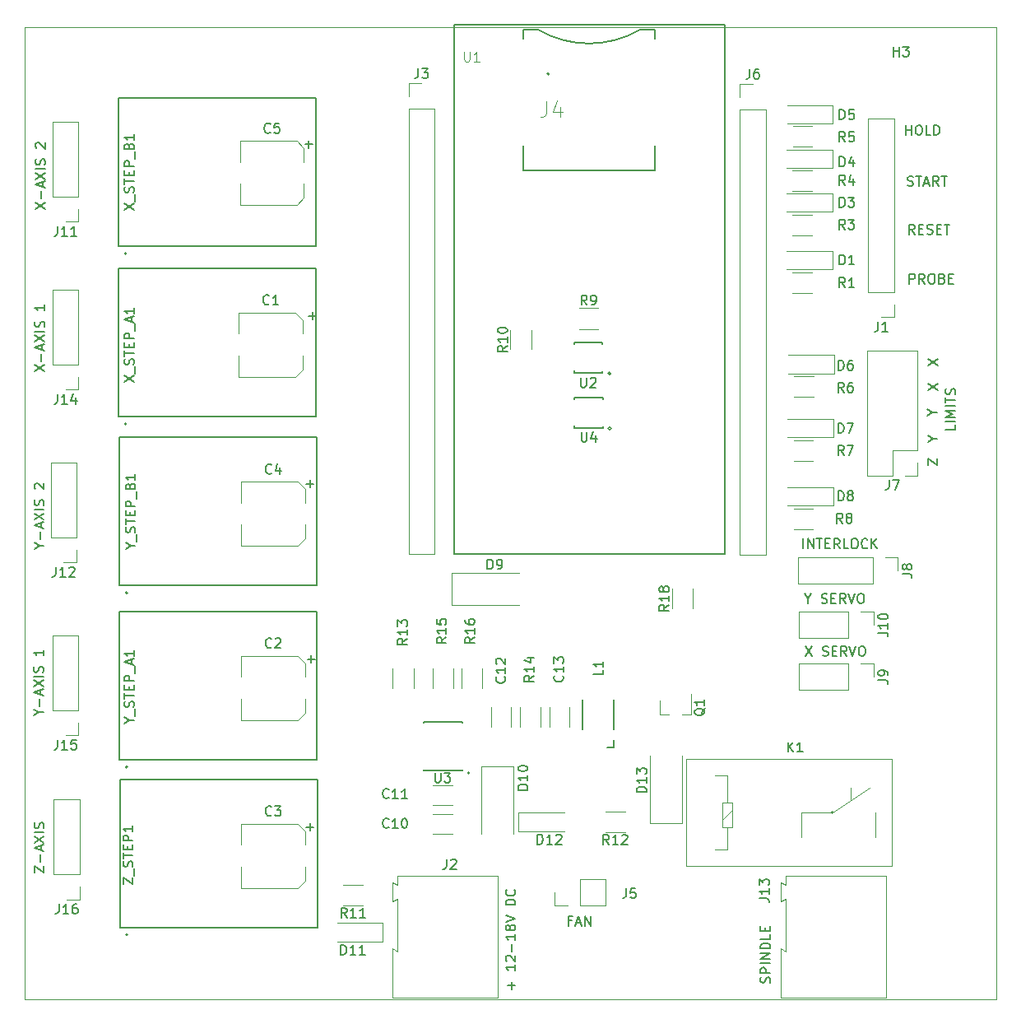
<source format=gbr>
G04 #@! TF.GenerationSoftware,KiCad,Pcbnew,(5.1.5)-3*
G04 #@! TF.CreationDate,2020-01-26T10:54:33+01:00*
G04 #@! TF.ProjectId,ESP32-cnc,45535033-322d-4636-9e63-2e6b69636164,rev?*
G04 #@! TF.SameCoordinates,Original*
G04 #@! TF.FileFunction,Legend,Top*
G04 #@! TF.FilePolarity,Positive*
%FSLAX46Y46*%
G04 Gerber Fmt 4.6, Leading zero omitted, Abs format (unit mm)*
G04 Created by KiCad (PCBNEW (5.1.5)-3) date 2020-01-26 10:54:33*
%MOMM*%
%LPD*%
G04 APERTURE LIST*
%ADD10C,0.150000*%
%ADD11C,0.120000*%
%ADD12C,0.127000*%
%ADD13C,0.200000*%
%ADD14C,0.015000*%
G04 APERTURE END LIST*
D10*
X16089380Y-53720571D02*
X17089380Y-53053904D01*
X16089380Y-53053904D02*
X17089380Y-53720571D01*
X16708428Y-52672952D02*
X16708428Y-51911047D01*
X16803666Y-51482476D02*
X16803666Y-51006285D01*
X17089380Y-51577714D02*
X16089380Y-51244380D01*
X17089380Y-50911047D01*
X16089380Y-50672952D02*
X17089380Y-50006285D01*
X16089380Y-50006285D02*
X17089380Y-50672952D01*
X17089380Y-49625333D02*
X16089380Y-49625333D01*
X17041761Y-49196761D02*
X17089380Y-49053904D01*
X17089380Y-48815809D01*
X17041761Y-48720571D01*
X16994142Y-48672952D01*
X16898904Y-48625333D01*
X16803666Y-48625333D01*
X16708428Y-48672952D01*
X16660809Y-48720571D01*
X16613190Y-48815809D01*
X16565571Y-49006285D01*
X16517952Y-49101523D01*
X16470333Y-49149142D01*
X16375095Y-49196761D01*
X16279857Y-49196761D01*
X16184619Y-49149142D01*
X16137000Y-49101523D01*
X16089380Y-49006285D01*
X16089380Y-48768190D01*
X16137000Y-48625333D01*
X16184619Y-47482476D02*
X16137000Y-47434857D01*
X16089380Y-47339619D01*
X16089380Y-47101523D01*
X16137000Y-47006285D01*
X16184619Y-46958666D01*
X16279857Y-46911047D01*
X16375095Y-46911047D01*
X16517952Y-46958666D01*
X17089380Y-47530095D01*
X17089380Y-46911047D01*
X16025880Y-70421071D02*
X17025880Y-69754404D01*
X16025880Y-69754404D02*
X17025880Y-70421071D01*
X16644928Y-69373452D02*
X16644928Y-68611547D01*
X16740166Y-68182976D02*
X16740166Y-67706785D01*
X17025880Y-68278214D02*
X16025880Y-67944880D01*
X17025880Y-67611547D01*
X16025880Y-67373452D02*
X17025880Y-66706785D01*
X16025880Y-66706785D02*
X17025880Y-67373452D01*
X17025880Y-66325833D02*
X16025880Y-66325833D01*
X16978261Y-65897261D02*
X17025880Y-65754404D01*
X17025880Y-65516309D01*
X16978261Y-65421071D01*
X16930642Y-65373452D01*
X16835404Y-65325833D01*
X16740166Y-65325833D01*
X16644928Y-65373452D01*
X16597309Y-65421071D01*
X16549690Y-65516309D01*
X16502071Y-65706785D01*
X16454452Y-65802023D01*
X16406833Y-65849642D01*
X16311595Y-65897261D01*
X16216357Y-65897261D01*
X16121119Y-65849642D01*
X16073500Y-65802023D01*
X16025880Y-65706785D01*
X16025880Y-65468690D01*
X16073500Y-65325833D01*
X17025880Y-63611547D02*
X17025880Y-64182976D01*
X17025880Y-63897261D02*
X16025880Y-63897261D01*
X16168738Y-63992500D01*
X16263976Y-64087738D01*
X16311595Y-64182976D01*
X16486190Y-88375738D02*
X16962380Y-88375738D01*
X15962380Y-88709071D02*
X16486190Y-88375738D01*
X15962380Y-88042404D01*
X16581428Y-87709071D02*
X16581428Y-86947166D01*
X16676666Y-86518595D02*
X16676666Y-86042404D01*
X16962380Y-86613833D02*
X15962380Y-86280500D01*
X16962380Y-85947166D01*
X15962380Y-85709071D02*
X16962380Y-85042404D01*
X15962380Y-85042404D02*
X16962380Y-85709071D01*
X16962380Y-84661452D02*
X15962380Y-84661452D01*
X16914761Y-84232880D02*
X16962380Y-84090023D01*
X16962380Y-83851928D01*
X16914761Y-83756690D01*
X16867142Y-83709071D01*
X16771904Y-83661452D01*
X16676666Y-83661452D01*
X16581428Y-83709071D01*
X16533809Y-83756690D01*
X16486190Y-83851928D01*
X16438571Y-84042404D01*
X16390952Y-84137642D01*
X16343333Y-84185261D01*
X16248095Y-84232880D01*
X16152857Y-84232880D01*
X16057619Y-84185261D01*
X16010000Y-84137642D01*
X15962380Y-84042404D01*
X15962380Y-83804309D01*
X16010000Y-83661452D01*
X16057619Y-82518595D02*
X16010000Y-82470976D01*
X15962380Y-82375738D01*
X15962380Y-82137642D01*
X16010000Y-82042404D01*
X16057619Y-81994785D01*
X16152857Y-81947166D01*
X16248095Y-81947166D01*
X16390952Y-81994785D01*
X16962380Y-82566214D01*
X16962380Y-81947166D01*
X16422690Y-105520738D02*
X16898880Y-105520738D01*
X15898880Y-105854071D02*
X16422690Y-105520738D01*
X15898880Y-105187404D01*
X16517928Y-104854071D02*
X16517928Y-104092166D01*
X16613166Y-103663595D02*
X16613166Y-103187404D01*
X16898880Y-103758833D02*
X15898880Y-103425500D01*
X16898880Y-103092166D01*
X15898880Y-102854071D02*
X16898880Y-102187404D01*
X15898880Y-102187404D02*
X16898880Y-102854071D01*
X16898880Y-101806452D02*
X15898880Y-101806452D01*
X16851261Y-101377880D02*
X16898880Y-101235023D01*
X16898880Y-100996928D01*
X16851261Y-100901690D01*
X16803642Y-100854071D01*
X16708404Y-100806452D01*
X16613166Y-100806452D01*
X16517928Y-100854071D01*
X16470309Y-100901690D01*
X16422690Y-100996928D01*
X16375071Y-101187404D01*
X16327452Y-101282642D01*
X16279833Y-101330261D01*
X16184595Y-101377880D01*
X16089357Y-101377880D01*
X15994119Y-101330261D01*
X15946500Y-101282642D01*
X15898880Y-101187404D01*
X15898880Y-100949309D01*
X15946500Y-100806452D01*
X16898880Y-99092166D02*
X16898880Y-99663595D01*
X16898880Y-99377880D02*
X15898880Y-99377880D01*
X16041738Y-99473119D01*
X16136976Y-99568357D01*
X16184595Y-99663595D01*
X15962380Y-121951428D02*
X15962380Y-121284761D01*
X16962380Y-121951428D01*
X16962380Y-121284761D01*
X16581428Y-120903809D02*
X16581428Y-120141904D01*
X16676666Y-119713333D02*
X16676666Y-119237142D01*
X16962380Y-119808571D02*
X15962380Y-119475238D01*
X16962380Y-119141904D01*
X15962380Y-118903809D02*
X16962380Y-118237142D01*
X15962380Y-118237142D02*
X16962380Y-118903809D01*
X16962380Y-117856190D02*
X15962380Y-117856190D01*
X16914761Y-117427619D02*
X16962380Y-117284761D01*
X16962380Y-117046666D01*
X16914761Y-116951428D01*
X16867142Y-116903809D01*
X16771904Y-116856190D01*
X16676666Y-116856190D01*
X16581428Y-116903809D01*
X16533809Y-116951428D01*
X16486190Y-117046666D01*
X16438571Y-117237142D01*
X16390952Y-117332380D01*
X16343333Y-117380000D01*
X16248095Y-117427619D01*
X16152857Y-117427619D01*
X16057619Y-117380000D01*
X16010000Y-117332380D01*
X15962380Y-117237142D01*
X15962380Y-116999047D01*
X16010000Y-116856190D01*
X106029404Y-61412380D02*
X106029404Y-60412380D01*
X106410357Y-60412380D01*
X106505595Y-60460000D01*
X106553214Y-60507619D01*
X106600833Y-60602857D01*
X106600833Y-60745714D01*
X106553214Y-60840952D01*
X106505595Y-60888571D01*
X106410357Y-60936190D01*
X106029404Y-60936190D01*
X107600833Y-61412380D02*
X107267500Y-60936190D01*
X107029404Y-61412380D02*
X107029404Y-60412380D01*
X107410357Y-60412380D01*
X107505595Y-60460000D01*
X107553214Y-60507619D01*
X107600833Y-60602857D01*
X107600833Y-60745714D01*
X107553214Y-60840952D01*
X107505595Y-60888571D01*
X107410357Y-60936190D01*
X107029404Y-60936190D01*
X108219880Y-60412380D02*
X108410357Y-60412380D01*
X108505595Y-60460000D01*
X108600833Y-60555238D01*
X108648452Y-60745714D01*
X108648452Y-61079047D01*
X108600833Y-61269523D01*
X108505595Y-61364761D01*
X108410357Y-61412380D01*
X108219880Y-61412380D01*
X108124642Y-61364761D01*
X108029404Y-61269523D01*
X107981785Y-61079047D01*
X107981785Y-60745714D01*
X108029404Y-60555238D01*
X108124642Y-60460000D01*
X108219880Y-60412380D01*
X109410357Y-60888571D02*
X109553214Y-60936190D01*
X109600833Y-60983809D01*
X109648452Y-61079047D01*
X109648452Y-61221904D01*
X109600833Y-61317142D01*
X109553214Y-61364761D01*
X109457976Y-61412380D01*
X109077023Y-61412380D01*
X109077023Y-60412380D01*
X109410357Y-60412380D01*
X109505595Y-60460000D01*
X109553214Y-60507619D01*
X109600833Y-60602857D01*
X109600833Y-60698095D01*
X109553214Y-60793333D01*
X109505595Y-60840952D01*
X109410357Y-60888571D01*
X109077023Y-60888571D01*
X110077023Y-60888571D02*
X110410357Y-60888571D01*
X110553214Y-61412380D02*
X110077023Y-61412380D01*
X110077023Y-60412380D01*
X110553214Y-60412380D01*
X106561119Y-56332380D02*
X106227785Y-55856190D01*
X105989690Y-56332380D02*
X105989690Y-55332380D01*
X106370642Y-55332380D01*
X106465880Y-55380000D01*
X106513500Y-55427619D01*
X106561119Y-55522857D01*
X106561119Y-55665714D01*
X106513500Y-55760952D01*
X106465880Y-55808571D01*
X106370642Y-55856190D01*
X105989690Y-55856190D01*
X106989690Y-55808571D02*
X107323023Y-55808571D01*
X107465880Y-56332380D02*
X106989690Y-56332380D01*
X106989690Y-55332380D01*
X107465880Y-55332380D01*
X107846833Y-56284761D02*
X107989690Y-56332380D01*
X108227785Y-56332380D01*
X108323023Y-56284761D01*
X108370642Y-56237142D01*
X108418261Y-56141904D01*
X108418261Y-56046666D01*
X108370642Y-55951428D01*
X108323023Y-55903809D01*
X108227785Y-55856190D01*
X108037309Y-55808571D01*
X107942071Y-55760952D01*
X107894452Y-55713333D01*
X107846833Y-55618095D01*
X107846833Y-55522857D01*
X107894452Y-55427619D01*
X107942071Y-55380000D01*
X108037309Y-55332380D01*
X108275404Y-55332380D01*
X108418261Y-55380000D01*
X108846833Y-55808571D02*
X109180166Y-55808571D01*
X109323023Y-56332380D02*
X108846833Y-56332380D01*
X108846833Y-55332380D01*
X109323023Y-55332380D01*
X109608738Y-55332380D02*
X110180166Y-55332380D01*
X109894452Y-56332380D02*
X109894452Y-55332380D01*
X105846809Y-51331761D02*
X105989666Y-51379380D01*
X106227761Y-51379380D01*
X106323000Y-51331761D01*
X106370619Y-51284142D01*
X106418238Y-51188904D01*
X106418238Y-51093666D01*
X106370619Y-50998428D01*
X106323000Y-50950809D01*
X106227761Y-50903190D01*
X106037285Y-50855571D01*
X105942047Y-50807952D01*
X105894428Y-50760333D01*
X105846809Y-50665095D01*
X105846809Y-50569857D01*
X105894428Y-50474619D01*
X105942047Y-50427000D01*
X106037285Y-50379380D01*
X106275380Y-50379380D01*
X106418238Y-50427000D01*
X106703952Y-50379380D02*
X107275380Y-50379380D01*
X106989666Y-51379380D02*
X106989666Y-50379380D01*
X107561095Y-51093666D02*
X108037285Y-51093666D01*
X107465857Y-51379380D02*
X107799190Y-50379380D01*
X108132523Y-51379380D01*
X109037285Y-51379380D02*
X108703952Y-50903190D01*
X108465857Y-51379380D02*
X108465857Y-50379380D01*
X108846809Y-50379380D01*
X108942047Y-50427000D01*
X108989666Y-50474619D01*
X109037285Y-50569857D01*
X109037285Y-50712714D01*
X108989666Y-50807952D01*
X108942047Y-50855571D01*
X108846809Y-50903190D01*
X108465857Y-50903190D01*
X109323000Y-50379380D02*
X109894428Y-50379380D01*
X109608714Y-51379380D02*
X109608714Y-50379380D01*
X105664214Y-46108880D02*
X105664214Y-45108880D01*
X105664214Y-45585071D02*
X106235642Y-45585071D01*
X106235642Y-46108880D02*
X106235642Y-45108880D01*
X106902309Y-45108880D02*
X107092785Y-45108880D01*
X107188023Y-45156500D01*
X107283261Y-45251738D01*
X107330880Y-45442214D01*
X107330880Y-45775547D01*
X107283261Y-45966023D01*
X107188023Y-46061261D01*
X107092785Y-46108880D01*
X106902309Y-46108880D01*
X106807071Y-46061261D01*
X106711833Y-45966023D01*
X106664214Y-45775547D01*
X106664214Y-45442214D01*
X106711833Y-45251738D01*
X106807071Y-45156500D01*
X106902309Y-45108880D01*
X108235642Y-46108880D02*
X107759452Y-46108880D01*
X107759452Y-45108880D01*
X108568976Y-46108880D02*
X108568976Y-45108880D01*
X108807071Y-45108880D01*
X108949928Y-45156500D01*
X109045166Y-45251738D01*
X109092785Y-45346976D01*
X109140404Y-45537452D01*
X109140404Y-45680309D01*
X109092785Y-45870785D01*
X109045166Y-45966023D01*
X108949928Y-46061261D01*
X108807071Y-46108880D01*
X108568976Y-46108880D01*
X95329761Y-98702880D02*
X95996428Y-99702880D01*
X95996428Y-98702880D02*
X95329761Y-99702880D01*
X97091666Y-99655261D02*
X97234523Y-99702880D01*
X97472619Y-99702880D01*
X97567857Y-99655261D01*
X97615476Y-99607642D01*
X97663095Y-99512404D01*
X97663095Y-99417166D01*
X97615476Y-99321928D01*
X97567857Y-99274309D01*
X97472619Y-99226690D01*
X97282142Y-99179071D01*
X97186904Y-99131452D01*
X97139285Y-99083833D01*
X97091666Y-98988595D01*
X97091666Y-98893357D01*
X97139285Y-98798119D01*
X97186904Y-98750500D01*
X97282142Y-98702880D01*
X97520238Y-98702880D01*
X97663095Y-98750500D01*
X98091666Y-99179071D02*
X98425000Y-99179071D01*
X98567857Y-99702880D02*
X98091666Y-99702880D01*
X98091666Y-98702880D01*
X98567857Y-98702880D01*
X99567857Y-99702880D02*
X99234523Y-99226690D01*
X98996428Y-99702880D02*
X98996428Y-98702880D01*
X99377380Y-98702880D01*
X99472619Y-98750500D01*
X99520238Y-98798119D01*
X99567857Y-98893357D01*
X99567857Y-99036214D01*
X99520238Y-99131452D01*
X99472619Y-99179071D01*
X99377380Y-99226690D01*
X98996428Y-99226690D01*
X99853571Y-98702880D02*
X100186904Y-99702880D01*
X100520238Y-98702880D01*
X101044047Y-98702880D02*
X101234523Y-98702880D01*
X101329761Y-98750500D01*
X101425000Y-98845738D01*
X101472619Y-99036214D01*
X101472619Y-99369547D01*
X101425000Y-99560023D01*
X101329761Y-99655261D01*
X101234523Y-99702880D01*
X101044047Y-99702880D01*
X100948809Y-99655261D01*
X100853571Y-99560023D01*
X100805952Y-99369547D01*
X100805952Y-99036214D01*
X100853571Y-98845738D01*
X100948809Y-98750500D01*
X101044047Y-98702880D01*
X95599595Y-93829190D02*
X95599595Y-94305380D01*
X95266261Y-93305380D02*
X95599595Y-93829190D01*
X95932928Y-93305380D01*
X96980547Y-94257761D02*
X97123404Y-94305380D01*
X97361500Y-94305380D01*
X97456738Y-94257761D01*
X97504357Y-94210142D01*
X97551976Y-94114904D01*
X97551976Y-94019666D01*
X97504357Y-93924428D01*
X97456738Y-93876809D01*
X97361500Y-93829190D01*
X97171023Y-93781571D01*
X97075785Y-93733952D01*
X97028166Y-93686333D01*
X96980547Y-93591095D01*
X96980547Y-93495857D01*
X97028166Y-93400619D01*
X97075785Y-93353000D01*
X97171023Y-93305380D01*
X97409119Y-93305380D01*
X97551976Y-93353000D01*
X97980547Y-93781571D02*
X98313880Y-93781571D01*
X98456738Y-94305380D02*
X97980547Y-94305380D01*
X97980547Y-93305380D01*
X98456738Y-93305380D01*
X99456738Y-94305380D02*
X99123404Y-93829190D01*
X98885309Y-94305380D02*
X98885309Y-93305380D01*
X99266261Y-93305380D01*
X99361500Y-93353000D01*
X99409119Y-93400619D01*
X99456738Y-93495857D01*
X99456738Y-93638714D01*
X99409119Y-93733952D01*
X99361500Y-93781571D01*
X99266261Y-93829190D01*
X98885309Y-93829190D01*
X99742452Y-93305380D02*
X100075785Y-94305380D01*
X100409119Y-93305380D01*
X100932928Y-93305380D02*
X101123404Y-93305380D01*
X101218642Y-93353000D01*
X101313880Y-93448238D01*
X101361500Y-93638714D01*
X101361500Y-93972047D01*
X101313880Y-94162523D01*
X101218642Y-94257761D01*
X101123404Y-94305380D01*
X100932928Y-94305380D01*
X100837690Y-94257761D01*
X100742452Y-94162523D01*
X100694833Y-93972047D01*
X100694833Y-93638714D01*
X100742452Y-93448238D01*
X100837690Y-93353000D01*
X100932928Y-93305380D01*
X95083785Y-88653880D02*
X95083785Y-87653880D01*
X95559976Y-88653880D02*
X95559976Y-87653880D01*
X96131404Y-88653880D01*
X96131404Y-87653880D01*
X96464738Y-87653880D02*
X97036166Y-87653880D01*
X96750452Y-88653880D02*
X96750452Y-87653880D01*
X97369500Y-88130071D02*
X97702833Y-88130071D01*
X97845690Y-88653880D02*
X97369500Y-88653880D01*
X97369500Y-87653880D01*
X97845690Y-87653880D01*
X98845690Y-88653880D02*
X98512357Y-88177690D01*
X98274261Y-88653880D02*
X98274261Y-87653880D01*
X98655214Y-87653880D01*
X98750452Y-87701500D01*
X98798071Y-87749119D01*
X98845690Y-87844357D01*
X98845690Y-87987214D01*
X98798071Y-88082452D01*
X98750452Y-88130071D01*
X98655214Y-88177690D01*
X98274261Y-88177690D01*
X99750452Y-88653880D02*
X99274261Y-88653880D01*
X99274261Y-87653880D01*
X100274261Y-87653880D02*
X100464738Y-87653880D01*
X100559976Y-87701500D01*
X100655214Y-87796738D01*
X100702833Y-87987214D01*
X100702833Y-88320547D01*
X100655214Y-88511023D01*
X100559976Y-88606261D01*
X100464738Y-88653880D01*
X100274261Y-88653880D01*
X100179023Y-88606261D01*
X100083785Y-88511023D01*
X100036166Y-88320547D01*
X100036166Y-87987214D01*
X100083785Y-87796738D01*
X100179023Y-87701500D01*
X100274261Y-87653880D01*
X101702833Y-88558642D02*
X101655214Y-88606261D01*
X101512357Y-88653880D01*
X101417119Y-88653880D01*
X101274261Y-88606261D01*
X101179023Y-88511023D01*
X101131404Y-88415785D01*
X101083785Y-88225309D01*
X101083785Y-88082452D01*
X101131404Y-87891976D01*
X101179023Y-87796738D01*
X101274261Y-87701500D01*
X101417119Y-87653880D01*
X101512357Y-87653880D01*
X101655214Y-87701500D01*
X101702833Y-87749119D01*
X102131404Y-88653880D02*
X102131404Y-87653880D01*
X102702833Y-88653880D02*
X102274261Y-88082452D01*
X102702833Y-87653880D02*
X102131404Y-88225309D01*
X107973880Y-69865833D02*
X108973880Y-69199166D01*
X107973880Y-69199166D02*
X108973880Y-69865833D01*
X107973880Y-72405833D02*
X108973880Y-71739166D01*
X107973880Y-71739166D02*
X108973880Y-72405833D01*
X108370690Y-74676000D02*
X108846880Y-74676000D01*
X107846880Y-75009333D02*
X108370690Y-74676000D01*
X107846880Y-74342666D01*
X108434190Y-77343000D02*
X108910380Y-77343000D01*
X107910380Y-77676333D02*
X108434190Y-77343000D01*
X107910380Y-77009666D01*
X107910380Y-80089333D02*
X107910380Y-79422666D01*
X108910380Y-80089333D01*
X108910380Y-79422666D01*
X110751880Y-75953738D02*
X110751880Y-76429928D01*
X109751880Y-76429928D01*
X110751880Y-75620404D02*
X109751880Y-75620404D01*
X110751880Y-75144214D02*
X109751880Y-75144214D01*
X110466166Y-74810880D01*
X109751880Y-74477547D01*
X110751880Y-74477547D01*
X110751880Y-74001357D02*
X109751880Y-74001357D01*
X109751880Y-73668023D02*
X109751880Y-73096595D01*
X110751880Y-73382309D02*
X109751880Y-73382309D01*
X110704261Y-72810880D02*
X110751880Y-72668023D01*
X110751880Y-72429928D01*
X110704261Y-72334690D01*
X110656642Y-72287071D01*
X110561404Y-72239452D01*
X110466166Y-72239452D01*
X110370928Y-72287071D01*
X110323309Y-72334690D01*
X110275690Y-72429928D01*
X110228071Y-72620404D01*
X110180452Y-72715642D01*
X110132833Y-72763261D01*
X110037595Y-72810880D01*
X109942357Y-72810880D01*
X109847119Y-72763261D01*
X109799500Y-72715642D01*
X109751880Y-72620404D01*
X109751880Y-72382309D01*
X109799500Y-72239452D01*
X71262976Y-126928571D02*
X70929642Y-126928571D01*
X70929642Y-127452380D02*
X70929642Y-126452380D01*
X71405833Y-126452380D01*
X71739166Y-127166666D02*
X72215357Y-127166666D01*
X71643928Y-127452380D02*
X71977261Y-126452380D01*
X72310595Y-127452380D01*
X72643928Y-127452380D02*
X72643928Y-126452380D01*
X73215357Y-127452380D01*
X73215357Y-126452380D01*
X91654261Y-133333761D02*
X91701880Y-133190904D01*
X91701880Y-132952809D01*
X91654261Y-132857571D01*
X91606642Y-132809952D01*
X91511404Y-132762333D01*
X91416166Y-132762333D01*
X91320928Y-132809952D01*
X91273309Y-132857571D01*
X91225690Y-132952809D01*
X91178071Y-133143285D01*
X91130452Y-133238523D01*
X91082833Y-133286142D01*
X90987595Y-133333761D01*
X90892357Y-133333761D01*
X90797119Y-133286142D01*
X90749500Y-133238523D01*
X90701880Y-133143285D01*
X90701880Y-132905190D01*
X90749500Y-132762333D01*
X91701880Y-132333761D02*
X90701880Y-132333761D01*
X90701880Y-131952809D01*
X90749500Y-131857571D01*
X90797119Y-131809952D01*
X90892357Y-131762333D01*
X91035214Y-131762333D01*
X91130452Y-131809952D01*
X91178071Y-131857571D01*
X91225690Y-131952809D01*
X91225690Y-132333761D01*
X91701880Y-131333761D02*
X90701880Y-131333761D01*
X91701880Y-130857571D02*
X90701880Y-130857571D01*
X91701880Y-130286142D01*
X90701880Y-130286142D01*
X91701880Y-129809952D02*
X90701880Y-129809952D01*
X90701880Y-129571857D01*
X90749500Y-129429000D01*
X90844738Y-129333761D01*
X90939976Y-129286142D01*
X91130452Y-129238523D01*
X91273309Y-129238523D01*
X91463785Y-129286142D01*
X91559023Y-129333761D01*
X91654261Y-129429000D01*
X91701880Y-129571857D01*
X91701880Y-129809952D01*
X91701880Y-128333761D02*
X91701880Y-128809952D01*
X90701880Y-128809952D01*
X91178071Y-128000428D02*
X91178071Y-127667095D01*
X91701880Y-127524238D02*
X91701880Y-128000428D01*
X90701880Y-128000428D01*
X90701880Y-127524238D01*
X65095428Y-134000238D02*
X65095428Y-133238333D01*
X65476380Y-133619285D02*
X64714476Y-133619285D01*
X65476380Y-131476428D02*
X65476380Y-132047857D01*
X65476380Y-131762142D02*
X64476380Y-131762142D01*
X64619238Y-131857380D01*
X64714476Y-131952619D01*
X64762095Y-132047857D01*
X64571619Y-131095476D02*
X64524000Y-131047857D01*
X64476380Y-130952619D01*
X64476380Y-130714523D01*
X64524000Y-130619285D01*
X64571619Y-130571666D01*
X64666857Y-130524047D01*
X64762095Y-130524047D01*
X64904952Y-130571666D01*
X65476380Y-131143095D01*
X65476380Y-130524047D01*
X65095428Y-130095476D02*
X65095428Y-129333571D01*
X65476380Y-128333571D02*
X65476380Y-128905000D01*
X65476380Y-128619285D02*
X64476380Y-128619285D01*
X64619238Y-128714523D01*
X64714476Y-128809761D01*
X64762095Y-128905000D01*
X64904952Y-127762142D02*
X64857333Y-127857380D01*
X64809714Y-127905000D01*
X64714476Y-127952619D01*
X64666857Y-127952619D01*
X64571619Y-127905000D01*
X64524000Y-127857380D01*
X64476380Y-127762142D01*
X64476380Y-127571666D01*
X64524000Y-127476428D01*
X64571619Y-127428809D01*
X64666857Y-127381190D01*
X64714476Y-127381190D01*
X64809714Y-127428809D01*
X64857333Y-127476428D01*
X64904952Y-127571666D01*
X64904952Y-127762142D01*
X64952571Y-127857380D01*
X65000190Y-127905000D01*
X65095428Y-127952619D01*
X65285904Y-127952619D01*
X65381142Y-127905000D01*
X65428761Y-127857380D01*
X65476380Y-127762142D01*
X65476380Y-127571666D01*
X65428761Y-127476428D01*
X65381142Y-127428809D01*
X65285904Y-127381190D01*
X65095428Y-127381190D01*
X65000190Y-127428809D01*
X64952571Y-127476428D01*
X64904952Y-127571666D01*
X64476380Y-127095476D02*
X65476380Y-126762142D01*
X64476380Y-126428809D01*
X65476380Y-125333571D02*
X64476380Y-125333571D01*
X64476380Y-125095476D01*
X64524000Y-124952619D01*
X64619238Y-124857380D01*
X64714476Y-124809761D01*
X64904952Y-124762142D01*
X65047809Y-124762142D01*
X65238285Y-124809761D01*
X65333523Y-124857380D01*
X65428761Y-124952619D01*
X65476380Y-125095476D01*
X65476380Y-125333571D01*
X65381142Y-123762142D02*
X65428761Y-123809761D01*
X65476380Y-123952619D01*
X65476380Y-124047857D01*
X65428761Y-124190714D01*
X65333523Y-124285952D01*
X65238285Y-124333571D01*
X65047809Y-124381190D01*
X64904952Y-124381190D01*
X64714476Y-124333571D01*
X64619238Y-124285952D01*
X64524000Y-124190714D01*
X64476380Y-124047857D01*
X64476380Y-123952619D01*
X64524000Y-123809761D01*
X64571619Y-123762142D01*
D11*
X115000000Y-135000000D02*
X115000000Y-35000000D01*
X15000000Y-135000000D02*
X115000000Y-135000000D01*
X15000000Y-35000000D02*
X15000000Y-135000000D01*
X15000000Y-35000000D02*
X115000000Y-35000000D01*
X74000000Y-66070000D02*
X72000000Y-66070000D01*
X72000000Y-63930000D02*
X74000000Y-63930000D01*
D12*
X71550000Y-67425000D02*
X71550000Y-67600000D01*
X74450000Y-67425000D02*
X71550000Y-67425000D01*
X74450000Y-67600000D02*
X74450000Y-67425000D01*
X71550000Y-70575000D02*
X71550000Y-70375000D01*
X74450000Y-70575000D02*
X71550000Y-70575000D01*
X74450000Y-70400000D02*
X74450000Y-70575000D01*
D13*
X75305000Y-70655000D02*
G75*
G03X75305000Y-70655000I-150000J0D01*
G01*
D11*
X79350000Y-116900000D02*
X82650000Y-116900000D01*
X82650000Y-116900000D02*
X82650000Y-110000000D01*
X79350000Y-116900000D02*
X79350000Y-110000000D01*
X65277000Y-111100000D02*
X61977000Y-111100000D01*
X61977000Y-111100000D02*
X61977000Y-118000000D01*
X65277000Y-111100000D02*
X65277000Y-118000000D01*
X58933000Y-91187000D02*
X58933000Y-94487000D01*
X58933000Y-94487000D02*
X65833000Y-94487000D01*
X58933000Y-91187000D02*
X65833000Y-91187000D01*
X37119000Y-46738000D02*
X37119000Y-48918000D01*
X37119000Y-53338000D02*
X37119000Y-51158000D01*
X43719000Y-47498000D02*
X43719000Y-48918000D01*
X43719000Y-52578000D02*
X43719000Y-51158000D01*
X37119000Y-46738000D02*
X42959000Y-46738000D01*
X42959000Y-46738000D02*
X43719000Y-47498000D01*
X43719000Y-52578000D02*
X42959000Y-53338000D01*
X42959000Y-53338000D02*
X37119000Y-53338000D01*
X37246000Y-81790000D02*
X37246000Y-83970000D01*
X37246000Y-88390000D02*
X37246000Y-86210000D01*
X43846000Y-82550000D02*
X43846000Y-83970000D01*
X43846000Y-87630000D02*
X43846000Y-86210000D01*
X37246000Y-81790000D02*
X43086000Y-81790000D01*
X43086000Y-81790000D02*
X43846000Y-82550000D01*
X43846000Y-87630000D02*
X43086000Y-88390000D01*
X43086000Y-88390000D02*
X37246000Y-88390000D01*
X37246000Y-116969000D02*
X37246000Y-119149000D01*
X37246000Y-123569000D02*
X37246000Y-121389000D01*
X43846000Y-117729000D02*
X43846000Y-119149000D01*
X43846000Y-122809000D02*
X43846000Y-121389000D01*
X37246000Y-116969000D02*
X43086000Y-116969000D01*
X43086000Y-116969000D02*
X43846000Y-117729000D01*
X43846000Y-122809000D02*
X43086000Y-123569000D01*
X43086000Y-123569000D02*
X37246000Y-123569000D01*
X37246000Y-99697000D02*
X37246000Y-101877000D01*
X37246000Y-106297000D02*
X37246000Y-104117000D01*
X43846000Y-100457000D02*
X43846000Y-101877000D01*
X43846000Y-105537000D02*
X43846000Y-104117000D01*
X37246000Y-99697000D02*
X43086000Y-99697000D01*
X43086000Y-99697000D02*
X43846000Y-100457000D01*
X43846000Y-105537000D02*
X43086000Y-106297000D01*
X43086000Y-106297000D02*
X37246000Y-106297000D01*
X36992000Y-64391000D02*
X36992000Y-66571000D01*
X36992000Y-70991000D02*
X36992000Y-68811000D01*
X43592000Y-65151000D02*
X43592000Y-66571000D01*
X43592000Y-70231000D02*
X43592000Y-68811000D01*
X36992000Y-64391000D02*
X42832000Y-64391000D01*
X42832000Y-64391000D02*
X43592000Y-65151000D01*
X43592000Y-70231000D02*
X42832000Y-70991000D01*
X42832000Y-70991000D02*
X36992000Y-70991000D01*
D12*
X59151200Y-89224800D02*
X59151200Y-34824800D01*
X59151200Y-34824800D02*
X87051200Y-34824800D01*
X87051200Y-34824800D02*
X87051200Y-89224800D01*
X87051200Y-89224800D02*
X59151200Y-89224800D01*
D13*
X25448000Y-58311000D02*
G75*
G03X25448000Y-58311000I-100000J0D01*
G01*
D12*
X44958000Y-57531000D02*
X24638000Y-57531000D01*
X44958000Y-42291000D02*
X44958000Y-57531000D01*
X24638000Y-42291000D02*
X44958000Y-42291000D01*
X24638000Y-57531000D02*
X24638000Y-42291000D01*
D13*
X25575000Y-128400000D02*
G75*
G03X25575000Y-128400000I-100000J0D01*
G01*
D12*
X45085000Y-127620000D02*
X24765000Y-127620000D01*
X45085000Y-112380000D02*
X45085000Y-127620000D01*
X24765000Y-112380000D02*
X45085000Y-112380000D01*
X24765000Y-127620000D02*
X24765000Y-112380000D01*
D13*
X25556000Y-93231000D02*
G75*
G03X25556000Y-93231000I-100000J0D01*
G01*
D12*
X45066000Y-92451000D02*
X24746000Y-92451000D01*
X45066000Y-77211000D02*
X45066000Y-92451000D01*
X24746000Y-77211000D02*
X45066000Y-77211000D01*
X24746000Y-92451000D02*
X24746000Y-77211000D01*
D11*
X106867000Y-68329500D02*
X101667000Y-68329500D01*
X106867000Y-78549500D02*
X106867000Y-68329500D01*
X101667000Y-81149500D02*
X101667000Y-68329500D01*
X106867000Y-78549500D02*
X104267000Y-78549500D01*
X104267000Y-78549500D02*
X104267000Y-81149500D01*
X104267000Y-81149500D02*
X101667000Y-81149500D01*
X106867000Y-79819500D02*
X106867000Y-81149500D01*
X106867000Y-81149500D02*
X105537000Y-81149500D01*
X74742800Y-115719200D02*
X76742800Y-115719200D01*
X76742800Y-117859200D02*
X74742800Y-117859200D01*
X47768000Y-123263000D02*
X49768000Y-123263000D01*
X49768000Y-125403000D02*
X47768000Y-125403000D01*
X80370000Y-105760000D02*
X81300000Y-105760000D01*
X83530000Y-105760000D02*
X82600000Y-105760000D01*
X83530000Y-105760000D02*
X83530000Y-103600000D01*
X80370000Y-105760000D02*
X80370000Y-104300000D01*
D13*
X66255000Y-47250000D02*
X66255000Y-49750000D01*
X67805000Y-35300000D02*
X66255000Y-35300000D01*
X79855000Y-49750000D02*
X66255000Y-49750000D01*
X79855000Y-35300000D02*
X79855000Y-36250000D01*
X79855000Y-35300000D02*
X78305000Y-35300000D01*
X79855000Y-47250000D02*
X79855000Y-49750000D01*
X66255000Y-35300000D02*
X66255000Y-36250000D01*
X67805000Y-35300000D02*
G75*
G03X78305000Y-35300000I5250000J9038537D01*
G01*
X68955000Y-39825000D02*
G75*
G03X68955000Y-39825000I-100000J0D01*
G01*
D11*
X65800000Y-115850000D02*
X65800000Y-117750000D01*
X65800000Y-117750000D02*
X70500000Y-117750000D01*
X65800000Y-115850000D02*
X70500000Y-115850000D01*
X51836000Y-129093000D02*
X51836000Y-127193000D01*
X51836000Y-127193000D02*
X47136000Y-127193000D01*
X51836000Y-129093000D02*
X47136000Y-129093000D01*
X102540000Y-118350000D02*
X102540000Y-115810000D01*
X98095000Y-115810000D02*
X101905000Y-113270000D01*
X100000000Y-113270000D02*
X100000000Y-114540000D01*
X94920000Y-118350000D02*
X94920000Y-115810000D01*
X94920000Y-115810000D02*
X98095000Y-115810000D01*
X86790000Y-116570000D02*
X87810000Y-115560000D01*
X87300000Y-112000000D02*
X86030000Y-112000000D01*
X87300000Y-114790000D02*
X87300000Y-112000000D01*
X87300000Y-119620000D02*
X87300000Y-117330000D01*
X86030000Y-119620000D02*
X87300000Y-119620000D01*
X87300000Y-117330000D02*
X86790000Y-117330000D01*
X86790000Y-117330000D02*
X86790000Y-114790000D01*
X86790000Y-114790000D02*
X87300000Y-114790000D01*
X87300000Y-114790000D02*
X87810000Y-114790000D01*
X87810000Y-114790000D02*
X87810000Y-117330000D01*
X87810000Y-117330000D02*
X87300000Y-117330000D01*
X83080000Y-121310000D02*
X104220000Y-121310000D01*
X104220000Y-121310000D02*
X104220000Y-110310000D01*
X83080000Y-121310000D02*
X83080000Y-110310000D01*
X83080000Y-110310000D02*
X104220000Y-110310000D01*
X98222000Y-115810000D02*
G75*
G03X98222000Y-115810000I-127000J0D01*
G01*
D12*
X71567000Y-73101000D02*
X71567000Y-73276000D01*
X74467000Y-73101000D02*
X71567000Y-73101000D01*
X74467000Y-73276000D02*
X74467000Y-73101000D01*
X71567000Y-76251000D02*
X71567000Y-76051000D01*
X74467000Y-76251000D02*
X71567000Y-76251000D01*
X74467000Y-76076000D02*
X74467000Y-76251000D01*
D13*
X75322000Y-76331000D02*
G75*
G03X75322000Y-76331000I-150000J0D01*
G01*
X25556000Y-111143000D02*
G75*
G03X25556000Y-111143000I-100000J0D01*
G01*
D12*
X45066000Y-110363000D02*
X24746000Y-110363000D01*
X45066000Y-95123000D02*
X45066000Y-110363000D01*
X24746000Y-95123000D02*
X45066000Y-95123000D01*
X24746000Y-110363000D02*
X24746000Y-95123000D01*
D13*
X25448000Y-75871000D02*
G75*
G03X25448000Y-75871000I-100000J0D01*
G01*
D12*
X44958000Y-75091000D02*
X24638000Y-75091000D01*
X44958000Y-59851000D02*
X44958000Y-75091000D01*
X24638000Y-59851000D02*
X44958000Y-59851000D01*
X24638000Y-75091000D02*
X24638000Y-59851000D01*
D11*
X20634000Y-114494000D02*
X17974000Y-114494000D01*
X20634000Y-122174000D02*
X20634000Y-114494000D01*
X17974000Y-122174000D02*
X17974000Y-114494000D01*
X20634000Y-122174000D02*
X17974000Y-122174000D01*
X20634000Y-123444000D02*
X20634000Y-124774000D01*
X20634000Y-124774000D02*
X19304000Y-124774000D01*
X20507000Y-97603000D02*
X17847000Y-97603000D01*
X20507000Y-105283000D02*
X20507000Y-97603000D01*
X17847000Y-105283000D02*
X17847000Y-97603000D01*
X20507000Y-105283000D02*
X17847000Y-105283000D01*
X20507000Y-106553000D02*
X20507000Y-107883000D01*
X20507000Y-107883000D02*
X19177000Y-107883000D01*
X20507000Y-62043000D02*
X17847000Y-62043000D01*
X20507000Y-69723000D02*
X20507000Y-62043000D01*
X17847000Y-69723000D02*
X17847000Y-62043000D01*
X20507000Y-69723000D02*
X17847000Y-69723000D01*
X20507000Y-70993000D02*
X20507000Y-72323000D01*
X20507000Y-72323000D02*
X19177000Y-72323000D01*
X20316500Y-79823000D02*
X17656500Y-79823000D01*
X20316500Y-87503000D02*
X20316500Y-79823000D01*
X17656500Y-87503000D02*
X17656500Y-79823000D01*
X20316500Y-87503000D02*
X17656500Y-87503000D01*
X20316500Y-88773000D02*
X20316500Y-90103000D01*
X20316500Y-90103000D02*
X18986500Y-90103000D01*
X20507000Y-44771000D02*
X17847000Y-44771000D01*
X20507000Y-52451000D02*
X20507000Y-44771000D01*
X17847000Y-52451000D02*
X17847000Y-44771000D01*
X20507000Y-52451000D02*
X17847000Y-52451000D01*
X20507000Y-53721000D02*
X20507000Y-55051000D01*
X20507000Y-55051000D02*
X19177000Y-55051000D01*
X94618500Y-95190000D02*
X94618500Y-97850000D01*
X99758500Y-95190000D02*
X94618500Y-95190000D01*
X99758500Y-97850000D02*
X94618500Y-97850000D01*
X99758500Y-95190000D02*
X99758500Y-97850000D01*
X101028500Y-95190000D02*
X102358500Y-95190000D01*
X102358500Y-95190000D02*
X102358500Y-96520000D01*
X94618500Y-100524000D02*
X94618500Y-103184000D01*
X99758500Y-100524000D02*
X94618500Y-100524000D01*
X99758500Y-103184000D02*
X94618500Y-103184000D01*
X99758500Y-100524000D02*
X99758500Y-103184000D01*
X101028500Y-100524000D02*
X102358500Y-100524000D01*
X102358500Y-100524000D02*
X102358500Y-101854000D01*
X94555000Y-89602000D02*
X94555000Y-92262000D01*
X102235000Y-89602000D02*
X94555000Y-89602000D01*
X102235000Y-92262000D02*
X94555000Y-92262000D01*
X102235000Y-89602000D02*
X102235000Y-92262000D01*
X103505000Y-89602000D02*
X104835000Y-89602000D01*
X104835000Y-89602000D02*
X104835000Y-90932000D01*
X88584440Y-89269360D02*
X91244440Y-89269360D01*
X88584440Y-43489360D02*
X88584440Y-89269360D01*
X91244440Y-43489360D02*
X91244440Y-89269360D01*
X88584440Y-43489360D02*
X91244440Y-43489360D01*
X88584440Y-42219360D02*
X88584440Y-40889360D01*
X88584440Y-40889360D02*
X89914440Y-40889360D01*
X74736000Y-125345500D02*
X74736000Y-122685500D01*
X72136000Y-125345500D02*
X74736000Y-125345500D01*
X72136000Y-122685500D02*
X74736000Y-122685500D01*
X72136000Y-125345500D02*
X72136000Y-122685500D01*
X70866000Y-125345500D02*
X69536000Y-125345500D01*
X69536000Y-125345500D02*
X69536000Y-124015500D01*
X54482400Y-89214000D02*
X57142400Y-89214000D01*
X54482400Y-43434000D02*
X54482400Y-89214000D01*
X57142400Y-43434000D02*
X57142400Y-89214000D01*
X54482400Y-43434000D02*
X57142400Y-43434000D01*
X54482400Y-42164000D02*
X54482400Y-40834000D01*
X54482400Y-40834000D02*
X55812400Y-40834000D01*
X104457000Y-44430000D02*
X101797000Y-44430000D01*
X104457000Y-62270000D02*
X104457000Y-44430000D01*
X101797000Y-62270000D02*
X101797000Y-44430000D01*
X104457000Y-62270000D02*
X101797000Y-62270000D01*
X104457000Y-63540000D02*
X104457000Y-64870000D01*
X104457000Y-64870000D02*
X103127000Y-64870000D01*
X59000000Y-115980000D02*
X57000000Y-115980000D01*
X57000000Y-118020000D02*
X59000000Y-118020000D01*
X59000000Y-112980000D02*
X57000000Y-112980000D01*
X57000000Y-115020000D02*
X59000000Y-115020000D01*
X65020000Y-107000000D02*
X65020000Y-105000000D01*
X62980000Y-105000000D02*
X62980000Y-107000000D01*
X68980000Y-105000000D02*
X68980000Y-107000000D01*
X71020000Y-107000000D02*
X71020000Y-105000000D01*
X98100000Y-59950000D02*
X98100000Y-58050000D01*
X98100000Y-58050000D02*
X93400000Y-58050000D01*
X98100000Y-59950000D02*
X93400000Y-59950000D01*
X98100000Y-54036000D02*
X93400000Y-54036000D01*
X98100000Y-52136000D02*
X93400000Y-52136000D01*
X98100000Y-54036000D02*
X98100000Y-52136000D01*
X98077200Y-49514800D02*
X98077200Y-47614800D01*
X98077200Y-47614800D02*
X93377200Y-47614800D01*
X98077200Y-49514800D02*
X93377200Y-49514800D01*
X98128000Y-44982000D02*
X93428000Y-44982000D01*
X98128000Y-43082000D02*
X93428000Y-43082000D01*
X98128000Y-44982000D02*
X98128000Y-43082000D01*
X98252400Y-70642400D02*
X93552400Y-70642400D01*
X98252400Y-68742400D02*
X93552400Y-68742400D01*
X98252400Y-70642400D02*
X98252400Y-68742400D01*
X98201600Y-77236000D02*
X98201600Y-75336000D01*
X98201600Y-75336000D02*
X93501600Y-75336000D01*
X98201600Y-77236000D02*
X93501600Y-77236000D01*
X98201600Y-84236000D02*
X93501600Y-84236000D01*
X98201600Y-82336000D02*
X93501600Y-82336000D01*
X98201600Y-84236000D02*
X98201600Y-82336000D01*
X63650000Y-134900000D02*
X63650000Y-122300000D01*
X63650000Y-122300000D02*
X53300000Y-122300000D01*
X53300000Y-122300000D02*
X53300000Y-123250000D01*
X53300000Y-123250000D02*
X52800000Y-123000000D01*
X52800000Y-123000000D02*
X52800000Y-124900000D01*
X52800000Y-124900000D02*
X52800000Y-124950000D01*
X52800000Y-124950000D02*
X53300000Y-124700000D01*
X53300000Y-124700000D02*
X53300000Y-130100000D01*
X53300000Y-130100000D02*
X52800000Y-129800000D01*
X52800000Y-129800000D02*
X52800000Y-134900000D01*
X52800000Y-134900000D02*
X63650000Y-134900000D01*
X92800000Y-134900000D02*
X103650000Y-134900000D01*
X92800000Y-129800000D02*
X92800000Y-134900000D01*
X93300000Y-130100000D02*
X92800000Y-129800000D01*
X93300000Y-124700000D02*
X93300000Y-130100000D01*
X92800000Y-124950000D02*
X93300000Y-124700000D01*
X92800000Y-124900000D02*
X92800000Y-124950000D01*
X92800000Y-123000000D02*
X92800000Y-124900000D01*
X93300000Y-123250000D02*
X92800000Y-123000000D01*
X93300000Y-122300000D02*
X93300000Y-123250000D01*
X103650000Y-122300000D02*
X93300000Y-122300000D01*
X103650000Y-134900000D02*
X103650000Y-122300000D01*
D10*
X72400000Y-107250000D02*
X72400000Y-104250000D01*
X75600000Y-104250000D02*
X75600000Y-107250000D01*
X75600000Y-108350000D02*
X75600000Y-109100000D01*
X75600000Y-109100000D02*
X74950000Y-109100000D01*
D11*
X94000000Y-60271000D02*
X96000000Y-60271000D01*
X96000000Y-62411000D02*
X94000000Y-62411000D01*
X96000000Y-56442000D02*
X94000000Y-56442000D01*
X94000000Y-54302000D02*
X96000000Y-54302000D01*
X93977200Y-49730000D02*
X95977200Y-49730000D01*
X95977200Y-51870000D02*
X93977200Y-51870000D01*
X94028000Y-45208800D02*
X96028000Y-45208800D01*
X96028000Y-47348800D02*
X94028000Y-47348800D01*
X54981500Y-101013000D02*
X54981500Y-103013000D01*
X52841500Y-103013000D02*
X52841500Y-101013000D01*
X96152400Y-73079000D02*
X94152400Y-73079000D01*
X94152400Y-70939000D02*
X96152400Y-70939000D01*
X68070000Y-105000000D02*
X68070000Y-107000000D01*
X65930000Y-107000000D02*
X65930000Y-105000000D01*
X94101600Y-77543000D02*
X96101600Y-77543000D01*
X96101600Y-79683000D02*
X94101600Y-79683000D01*
X56930000Y-103000000D02*
X56930000Y-101000000D01*
X59070000Y-101000000D02*
X59070000Y-103000000D01*
X96101600Y-86668000D02*
X94101600Y-86668000D01*
X94101600Y-84528000D02*
X96101600Y-84528000D01*
X59930000Y-103000000D02*
X59930000Y-101000000D01*
X62070000Y-101000000D02*
X62070000Y-103000000D01*
X64970000Y-68183000D02*
X64970000Y-66183000D01*
X67110000Y-66183000D02*
X67110000Y-68183000D01*
X81607000Y-94821000D02*
X81607000Y-92821000D01*
X83747000Y-92821000D02*
X83747000Y-94821000D01*
D12*
X60000000Y-111500000D02*
X56000000Y-111500000D01*
X56000000Y-111500000D02*
X56000000Y-111400000D01*
X60000000Y-111500000D02*
X60000000Y-111400000D01*
X60000000Y-106500000D02*
X56000000Y-106500000D01*
X60000000Y-106600000D02*
X60000000Y-106500000D01*
X56000000Y-106600000D02*
X56000000Y-106500000D01*
D13*
X60767000Y-111740000D02*
G75*
G03X60767000Y-111740000I-100000J0D01*
G01*
D10*
X72833333Y-63602380D02*
X72500000Y-63126190D01*
X72261904Y-63602380D02*
X72261904Y-62602380D01*
X72642857Y-62602380D01*
X72738095Y-62650000D01*
X72785714Y-62697619D01*
X72833333Y-62792857D01*
X72833333Y-62935714D01*
X72785714Y-63030952D01*
X72738095Y-63078571D01*
X72642857Y-63126190D01*
X72261904Y-63126190D01*
X73309523Y-63602380D02*
X73500000Y-63602380D01*
X73595238Y-63554761D01*
X73642857Y-63507142D01*
X73738095Y-63364285D01*
X73785714Y-63173809D01*
X73785714Y-62792857D01*
X73738095Y-62697619D01*
X73690476Y-62650000D01*
X73595238Y-62602380D01*
X73404761Y-62602380D01*
X73309523Y-62650000D01*
X73261904Y-62697619D01*
X73214285Y-62792857D01*
X73214285Y-63030952D01*
X73261904Y-63126190D01*
X73309523Y-63173809D01*
X73404761Y-63221428D01*
X73595238Y-63221428D01*
X73690476Y-63173809D01*
X73738095Y-63126190D01*
X73785714Y-63030952D01*
X72198131Y-71079328D02*
X72198131Y-71890407D01*
X72245842Y-71985828D01*
X72293552Y-72033539D01*
X72388973Y-72081249D01*
X72579815Y-72081249D01*
X72675236Y-72033539D01*
X72722947Y-71985828D01*
X72770657Y-71890407D01*
X72770657Y-71079328D01*
X73200052Y-71174750D02*
X73247763Y-71127039D01*
X73343184Y-71079328D01*
X73581736Y-71079328D01*
X73677157Y-71127039D01*
X73724868Y-71174750D01*
X73772578Y-71270171D01*
X73772578Y-71365592D01*
X73724868Y-71508723D01*
X73152342Y-72081249D01*
X73772578Y-72081249D01*
X78952380Y-113714285D02*
X77952380Y-113714285D01*
X77952380Y-113476190D01*
X78000000Y-113333333D01*
X78095238Y-113238095D01*
X78190476Y-113190476D01*
X78380952Y-113142857D01*
X78523809Y-113142857D01*
X78714285Y-113190476D01*
X78809523Y-113238095D01*
X78904761Y-113333333D01*
X78952380Y-113476190D01*
X78952380Y-113714285D01*
X78952380Y-112190476D02*
X78952380Y-112761904D01*
X78952380Y-112476190D02*
X77952380Y-112476190D01*
X78095238Y-112571428D01*
X78190476Y-112666666D01*
X78238095Y-112761904D01*
X77952380Y-111857142D02*
X77952380Y-111238095D01*
X78333333Y-111571428D01*
X78333333Y-111428571D01*
X78380952Y-111333333D01*
X78428571Y-111285714D01*
X78523809Y-111238095D01*
X78761904Y-111238095D01*
X78857142Y-111285714D01*
X78904761Y-111333333D01*
X78952380Y-111428571D01*
X78952380Y-111714285D01*
X78904761Y-111809523D01*
X78857142Y-111857142D01*
X66746380Y-113482285D02*
X65746380Y-113482285D01*
X65746380Y-113244190D01*
X65794000Y-113101333D01*
X65889238Y-113006095D01*
X65984476Y-112958476D01*
X66174952Y-112910857D01*
X66317809Y-112910857D01*
X66508285Y-112958476D01*
X66603523Y-113006095D01*
X66698761Y-113101333D01*
X66746380Y-113244190D01*
X66746380Y-113482285D01*
X66746380Y-111958476D02*
X66746380Y-112529904D01*
X66746380Y-112244190D02*
X65746380Y-112244190D01*
X65889238Y-112339428D01*
X65984476Y-112434666D01*
X66032095Y-112529904D01*
X65746380Y-111339428D02*
X65746380Y-111244190D01*
X65794000Y-111148952D01*
X65841619Y-111101333D01*
X65936857Y-111053714D01*
X66127333Y-111006095D01*
X66365428Y-111006095D01*
X66555904Y-111053714D01*
X66651142Y-111101333D01*
X66698761Y-111148952D01*
X66746380Y-111244190D01*
X66746380Y-111339428D01*
X66698761Y-111434666D01*
X66651142Y-111482285D01*
X66555904Y-111529904D01*
X66365428Y-111577523D01*
X66127333Y-111577523D01*
X65936857Y-111529904D01*
X65841619Y-111482285D01*
X65794000Y-111434666D01*
X65746380Y-111339428D01*
X62594904Y-90789380D02*
X62594904Y-89789380D01*
X62833000Y-89789380D01*
X62975857Y-89837000D01*
X63071095Y-89932238D01*
X63118714Y-90027476D01*
X63166333Y-90217952D01*
X63166333Y-90360809D01*
X63118714Y-90551285D01*
X63071095Y-90646523D01*
X62975857Y-90741761D01*
X62833000Y-90789380D01*
X62594904Y-90789380D01*
X63642523Y-90789380D02*
X63833000Y-90789380D01*
X63928238Y-90741761D01*
X63975857Y-90694142D01*
X64071095Y-90551285D01*
X64118714Y-90360809D01*
X64118714Y-89979857D01*
X64071095Y-89884619D01*
X64023476Y-89837000D01*
X63928238Y-89789380D01*
X63737761Y-89789380D01*
X63642523Y-89837000D01*
X63594904Y-89884619D01*
X63547285Y-89979857D01*
X63547285Y-90217952D01*
X63594904Y-90313190D01*
X63642523Y-90360809D01*
X63737761Y-90408428D01*
X63928238Y-90408428D01*
X64023476Y-90360809D01*
X64071095Y-90313190D01*
X64118714Y-90217952D01*
X40252333Y-45835142D02*
X40204714Y-45882761D01*
X40061857Y-45930380D01*
X39966619Y-45930380D01*
X39823761Y-45882761D01*
X39728523Y-45787523D01*
X39680904Y-45692285D01*
X39633285Y-45501809D01*
X39633285Y-45358952D01*
X39680904Y-45168476D01*
X39728523Y-45073238D01*
X39823761Y-44978000D01*
X39966619Y-44930380D01*
X40061857Y-44930380D01*
X40204714Y-44978000D01*
X40252333Y-45025619D01*
X41157095Y-44930380D02*
X40680904Y-44930380D01*
X40633285Y-45406571D01*
X40680904Y-45358952D01*
X40776142Y-45311333D01*
X41014238Y-45311333D01*
X41109476Y-45358952D01*
X41157095Y-45406571D01*
X41204714Y-45501809D01*
X41204714Y-45739904D01*
X41157095Y-45835142D01*
X41109476Y-45882761D01*
X41014238Y-45930380D01*
X40776142Y-45930380D01*
X40680904Y-45882761D01*
X40633285Y-45835142D01*
X43815047Y-47099428D02*
X44576952Y-47099428D01*
X44196000Y-47480380D02*
X44196000Y-46718476D01*
X40379333Y-80887142D02*
X40331714Y-80934761D01*
X40188857Y-80982380D01*
X40093619Y-80982380D01*
X39950761Y-80934761D01*
X39855523Y-80839523D01*
X39807904Y-80744285D01*
X39760285Y-80553809D01*
X39760285Y-80410952D01*
X39807904Y-80220476D01*
X39855523Y-80125238D01*
X39950761Y-80030000D01*
X40093619Y-79982380D01*
X40188857Y-79982380D01*
X40331714Y-80030000D01*
X40379333Y-80077619D01*
X41236476Y-80315714D02*
X41236476Y-80982380D01*
X40998380Y-79934761D02*
X40760285Y-80649047D01*
X41379333Y-80649047D01*
X43942047Y-81986428D02*
X44703952Y-81986428D01*
X44323000Y-82367380D02*
X44323000Y-81605476D01*
X40379333Y-116066142D02*
X40331714Y-116113761D01*
X40188857Y-116161380D01*
X40093619Y-116161380D01*
X39950761Y-116113761D01*
X39855523Y-116018523D01*
X39807904Y-115923285D01*
X39760285Y-115732809D01*
X39760285Y-115589952D01*
X39807904Y-115399476D01*
X39855523Y-115304238D01*
X39950761Y-115209000D01*
X40093619Y-115161380D01*
X40188857Y-115161380D01*
X40331714Y-115209000D01*
X40379333Y-115256619D01*
X40712666Y-115161380D02*
X41331714Y-115161380D01*
X40998380Y-115542333D01*
X41141238Y-115542333D01*
X41236476Y-115589952D01*
X41284095Y-115637571D01*
X41331714Y-115732809D01*
X41331714Y-115970904D01*
X41284095Y-116066142D01*
X41236476Y-116113761D01*
X41141238Y-116161380D01*
X40855523Y-116161380D01*
X40760285Y-116113761D01*
X40712666Y-116066142D01*
X43942047Y-117292428D02*
X44703952Y-117292428D01*
X44323000Y-117673380D02*
X44323000Y-116911476D01*
X40379333Y-98794142D02*
X40331714Y-98841761D01*
X40188857Y-98889380D01*
X40093619Y-98889380D01*
X39950761Y-98841761D01*
X39855523Y-98746523D01*
X39807904Y-98651285D01*
X39760285Y-98460809D01*
X39760285Y-98317952D01*
X39807904Y-98127476D01*
X39855523Y-98032238D01*
X39950761Y-97937000D01*
X40093619Y-97889380D01*
X40188857Y-97889380D01*
X40331714Y-97937000D01*
X40379333Y-97984619D01*
X40760285Y-97984619D02*
X40807904Y-97937000D01*
X40903142Y-97889380D01*
X41141238Y-97889380D01*
X41236476Y-97937000D01*
X41284095Y-97984619D01*
X41331714Y-98079857D01*
X41331714Y-98175095D01*
X41284095Y-98317952D01*
X40712666Y-98889380D01*
X41331714Y-98889380D01*
X44069047Y-100020428D02*
X44830952Y-100020428D01*
X44450000Y-100401380D02*
X44450000Y-99639476D01*
X40125333Y-63488142D02*
X40077714Y-63535761D01*
X39934857Y-63583380D01*
X39839619Y-63583380D01*
X39696761Y-63535761D01*
X39601523Y-63440523D01*
X39553904Y-63345285D01*
X39506285Y-63154809D01*
X39506285Y-63011952D01*
X39553904Y-62821476D01*
X39601523Y-62726238D01*
X39696761Y-62631000D01*
X39839619Y-62583380D01*
X39934857Y-62583380D01*
X40077714Y-62631000D01*
X40125333Y-62678619D01*
X41077714Y-63583380D02*
X40506285Y-63583380D01*
X40792000Y-63583380D02*
X40792000Y-62583380D01*
X40696761Y-62726238D01*
X40601523Y-62821476D01*
X40506285Y-62869095D01*
X44191047Y-64752428D02*
X44952952Y-64752428D01*
X44572000Y-65133380D02*
X44572000Y-64371476D01*
D14*
X60197801Y-37552169D02*
X60197801Y-38362005D01*
X60245438Y-38457280D01*
X60293076Y-38504918D01*
X60388350Y-38552555D01*
X60578900Y-38552555D01*
X60674175Y-38504918D01*
X60721812Y-38457280D01*
X60769450Y-38362005D01*
X60769450Y-37552169D01*
X61769836Y-38552555D02*
X61198187Y-38552555D01*
X61484011Y-38552555D02*
X61484011Y-37552169D01*
X61388736Y-37695081D01*
X61293462Y-37790356D01*
X61198187Y-37837994D01*
D10*
X25233380Y-53791952D02*
X26233380Y-53125285D01*
X25233380Y-53125285D02*
X26233380Y-53791952D01*
X26328619Y-52982428D02*
X26328619Y-52220523D01*
X26185761Y-52030047D02*
X26233380Y-51887190D01*
X26233380Y-51649095D01*
X26185761Y-51553857D01*
X26138142Y-51506238D01*
X26042904Y-51458619D01*
X25947666Y-51458619D01*
X25852428Y-51506238D01*
X25804809Y-51553857D01*
X25757190Y-51649095D01*
X25709571Y-51839571D01*
X25661952Y-51934809D01*
X25614333Y-51982428D01*
X25519095Y-52030047D01*
X25423857Y-52030047D01*
X25328619Y-51982428D01*
X25281000Y-51934809D01*
X25233380Y-51839571D01*
X25233380Y-51601476D01*
X25281000Y-51458619D01*
X25233380Y-51172904D02*
X25233380Y-50601476D01*
X26233380Y-50887190D02*
X25233380Y-50887190D01*
X25709571Y-50268142D02*
X25709571Y-49934809D01*
X26233380Y-49791952D02*
X26233380Y-50268142D01*
X25233380Y-50268142D01*
X25233380Y-49791952D01*
X26233380Y-49363380D02*
X25233380Y-49363380D01*
X25233380Y-48982428D01*
X25281000Y-48887190D01*
X25328619Y-48839571D01*
X25423857Y-48791952D01*
X25566714Y-48791952D01*
X25661952Y-48839571D01*
X25709571Y-48887190D01*
X25757190Y-48982428D01*
X25757190Y-49363380D01*
X26328619Y-48601476D02*
X26328619Y-47839571D01*
X25709571Y-47268142D02*
X25757190Y-47125285D01*
X25804809Y-47077666D01*
X25900047Y-47030047D01*
X26042904Y-47030047D01*
X26138142Y-47077666D01*
X26185761Y-47125285D01*
X26233380Y-47220523D01*
X26233380Y-47601476D01*
X25233380Y-47601476D01*
X25233380Y-47268142D01*
X25281000Y-47172904D01*
X25328619Y-47125285D01*
X25423857Y-47077666D01*
X25519095Y-47077666D01*
X25614333Y-47125285D01*
X25661952Y-47172904D01*
X25709571Y-47268142D01*
X25709571Y-47601476D01*
X26233380Y-46077666D02*
X26233380Y-46649095D01*
X26233380Y-46363380D02*
X25233380Y-46363380D01*
X25376238Y-46458619D01*
X25471476Y-46553857D01*
X25519095Y-46649095D01*
X25106380Y-123142000D02*
X25106380Y-122475333D01*
X26106380Y-123142000D01*
X26106380Y-122475333D01*
X26201619Y-122332476D02*
X26201619Y-121570571D01*
X26058761Y-121380095D02*
X26106380Y-121237238D01*
X26106380Y-120999142D01*
X26058761Y-120903904D01*
X26011142Y-120856285D01*
X25915904Y-120808666D01*
X25820666Y-120808666D01*
X25725428Y-120856285D01*
X25677809Y-120903904D01*
X25630190Y-120999142D01*
X25582571Y-121189619D01*
X25534952Y-121284857D01*
X25487333Y-121332476D01*
X25392095Y-121380095D01*
X25296857Y-121380095D01*
X25201619Y-121332476D01*
X25154000Y-121284857D01*
X25106380Y-121189619D01*
X25106380Y-120951523D01*
X25154000Y-120808666D01*
X25106380Y-120522952D02*
X25106380Y-119951523D01*
X26106380Y-120237238D02*
X25106380Y-120237238D01*
X25582571Y-119618190D02*
X25582571Y-119284857D01*
X26106380Y-119142000D02*
X26106380Y-119618190D01*
X25106380Y-119618190D01*
X25106380Y-119142000D01*
X26106380Y-118713428D02*
X25106380Y-118713428D01*
X25106380Y-118332476D01*
X25154000Y-118237238D01*
X25201619Y-118189619D01*
X25296857Y-118142000D01*
X25439714Y-118142000D01*
X25534952Y-118189619D01*
X25582571Y-118237238D01*
X25630190Y-118332476D01*
X25630190Y-118713428D01*
X26106380Y-117189619D02*
X26106380Y-117761047D01*
X26106380Y-117475333D02*
X25106380Y-117475333D01*
X25249238Y-117570571D01*
X25344476Y-117665809D01*
X25392095Y-117761047D01*
X25884190Y-88383619D02*
X26360380Y-88383619D01*
X25360380Y-88716952D02*
X25884190Y-88383619D01*
X25360380Y-88050285D01*
X26455619Y-87955047D02*
X26455619Y-87193142D01*
X26312761Y-87002666D02*
X26360380Y-86859809D01*
X26360380Y-86621714D01*
X26312761Y-86526476D01*
X26265142Y-86478857D01*
X26169904Y-86431238D01*
X26074666Y-86431238D01*
X25979428Y-86478857D01*
X25931809Y-86526476D01*
X25884190Y-86621714D01*
X25836571Y-86812190D01*
X25788952Y-86907428D01*
X25741333Y-86955047D01*
X25646095Y-87002666D01*
X25550857Y-87002666D01*
X25455619Y-86955047D01*
X25408000Y-86907428D01*
X25360380Y-86812190D01*
X25360380Y-86574095D01*
X25408000Y-86431238D01*
X25360380Y-86145523D02*
X25360380Y-85574095D01*
X26360380Y-85859809D02*
X25360380Y-85859809D01*
X25836571Y-85240761D02*
X25836571Y-84907428D01*
X26360380Y-84764571D02*
X26360380Y-85240761D01*
X25360380Y-85240761D01*
X25360380Y-84764571D01*
X26360380Y-84336000D02*
X25360380Y-84336000D01*
X25360380Y-83955047D01*
X25408000Y-83859809D01*
X25455619Y-83812190D01*
X25550857Y-83764571D01*
X25693714Y-83764571D01*
X25788952Y-83812190D01*
X25836571Y-83859809D01*
X25884190Y-83955047D01*
X25884190Y-84336000D01*
X26455619Y-83574095D02*
X26455619Y-82812190D01*
X25836571Y-82240761D02*
X25884190Y-82097904D01*
X25931809Y-82050285D01*
X26027047Y-82002666D01*
X26169904Y-82002666D01*
X26265142Y-82050285D01*
X26312761Y-82097904D01*
X26360380Y-82193142D01*
X26360380Y-82574095D01*
X25360380Y-82574095D01*
X25360380Y-82240761D01*
X25408000Y-82145523D01*
X25455619Y-82097904D01*
X25550857Y-82050285D01*
X25646095Y-82050285D01*
X25741333Y-82097904D01*
X25788952Y-82145523D01*
X25836571Y-82240761D01*
X25836571Y-82574095D01*
X26360380Y-81050285D02*
X26360380Y-81621714D01*
X26360380Y-81336000D02*
X25360380Y-81336000D01*
X25503238Y-81431238D01*
X25598476Y-81526476D01*
X25646095Y-81621714D01*
X103933666Y-81601880D02*
X103933666Y-82316166D01*
X103886047Y-82459023D01*
X103790809Y-82554261D01*
X103647952Y-82601880D01*
X103552714Y-82601880D01*
X104314619Y-81601880D02*
X104981285Y-81601880D01*
X104552714Y-82601880D01*
X75099942Y-119091580D02*
X74766609Y-118615390D01*
X74528514Y-119091580D02*
X74528514Y-118091580D01*
X74909466Y-118091580D01*
X75004704Y-118139200D01*
X75052323Y-118186819D01*
X75099942Y-118282057D01*
X75099942Y-118424914D01*
X75052323Y-118520152D01*
X75004704Y-118567771D01*
X74909466Y-118615390D01*
X74528514Y-118615390D01*
X76052323Y-119091580D02*
X75480895Y-119091580D01*
X75766609Y-119091580D02*
X75766609Y-118091580D01*
X75671371Y-118234438D01*
X75576133Y-118329676D01*
X75480895Y-118377295D01*
X76433276Y-118186819D02*
X76480895Y-118139200D01*
X76576133Y-118091580D01*
X76814228Y-118091580D01*
X76909466Y-118139200D01*
X76957085Y-118186819D01*
X77004704Y-118282057D01*
X77004704Y-118377295D01*
X76957085Y-118520152D01*
X76385657Y-119091580D01*
X77004704Y-119091580D01*
X48125142Y-126635380D02*
X47791809Y-126159190D01*
X47553714Y-126635380D02*
X47553714Y-125635380D01*
X47934666Y-125635380D01*
X48029904Y-125683000D01*
X48077523Y-125730619D01*
X48125142Y-125825857D01*
X48125142Y-125968714D01*
X48077523Y-126063952D01*
X48029904Y-126111571D01*
X47934666Y-126159190D01*
X47553714Y-126159190D01*
X49077523Y-126635380D02*
X48506095Y-126635380D01*
X48791809Y-126635380D02*
X48791809Y-125635380D01*
X48696571Y-125778238D01*
X48601333Y-125873476D01*
X48506095Y-125921095D01*
X50029904Y-126635380D02*
X49458476Y-126635380D01*
X49744190Y-126635380D02*
X49744190Y-125635380D01*
X49648952Y-125778238D01*
X49553714Y-125873476D01*
X49458476Y-125921095D01*
X84997619Y-105095238D02*
X84950000Y-105190476D01*
X84854761Y-105285714D01*
X84711904Y-105428571D01*
X84664285Y-105523809D01*
X84664285Y-105619047D01*
X84902380Y-105571428D02*
X84854761Y-105666666D01*
X84759523Y-105761904D01*
X84569047Y-105809523D01*
X84235714Y-105809523D01*
X84045238Y-105761904D01*
X83950000Y-105666666D01*
X83902380Y-105571428D01*
X83902380Y-105380952D01*
X83950000Y-105285714D01*
X84045238Y-105190476D01*
X84235714Y-105142857D01*
X84569047Y-105142857D01*
X84759523Y-105190476D01*
X84854761Y-105285714D01*
X84902380Y-105380952D01*
X84902380Y-105571428D01*
X84902380Y-104190476D02*
X84902380Y-104761904D01*
X84902380Y-104476190D02*
X83902380Y-104476190D01*
X84045238Y-104571428D01*
X84140476Y-104666666D01*
X84188095Y-104761904D01*
D14*
X68680900Y-42683550D02*
X68680900Y-43828049D01*
X68604600Y-44056949D01*
X68452000Y-44209549D01*
X68223100Y-44285849D01*
X68070500Y-44285849D01*
X70130599Y-43217650D02*
X70130599Y-44285849D01*
X69749099Y-42607250D02*
X69367599Y-43751749D01*
X70359499Y-43751749D01*
D10*
X67746714Y-119070380D02*
X67746714Y-118070380D01*
X67984809Y-118070380D01*
X68127666Y-118118000D01*
X68222904Y-118213238D01*
X68270523Y-118308476D01*
X68318142Y-118498952D01*
X68318142Y-118641809D01*
X68270523Y-118832285D01*
X68222904Y-118927523D01*
X68127666Y-119022761D01*
X67984809Y-119070380D01*
X67746714Y-119070380D01*
X69270523Y-119070380D02*
X68699095Y-119070380D01*
X68984809Y-119070380D02*
X68984809Y-118070380D01*
X68889571Y-118213238D01*
X68794333Y-118308476D01*
X68699095Y-118356095D01*
X69651476Y-118165619D02*
X69699095Y-118118000D01*
X69794333Y-118070380D01*
X70032428Y-118070380D01*
X70127666Y-118118000D01*
X70175285Y-118165619D01*
X70222904Y-118260857D01*
X70222904Y-118356095D01*
X70175285Y-118498952D01*
X69603857Y-119070380D01*
X70222904Y-119070380D01*
X47521714Y-130445380D02*
X47521714Y-129445380D01*
X47759809Y-129445380D01*
X47902666Y-129493000D01*
X47997904Y-129588238D01*
X48045523Y-129683476D01*
X48093142Y-129873952D01*
X48093142Y-130016809D01*
X48045523Y-130207285D01*
X47997904Y-130302523D01*
X47902666Y-130397761D01*
X47759809Y-130445380D01*
X47521714Y-130445380D01*
X49045523Y-130445380D02*
X48474095Y-130445380D01*
X48759809Y-130445380D02*
X48759809Y-129445380D01*
X48664571Y-129588238D01*
X48569333Y-129683476D01*
X48474095Y-129731095D01*
X49997904Y-130445380D02*
X49426476Y-130445380D01*
X49712190Y-130445380D02*
X49712190Y-129445380D01*
X49616952Y-129588238D01*
X49521714Y-129683476D01*
X49426476Y-129731095D01*
X104394095Y-38044380D02*
X104394095Y-37044380D01*
X104394095Y-37520571D02*
X104965523Y-37520571D01*
X104965523Y-38044380D02*
X104965523Y-37044380D01*
X105346476Y-37044380D02*
X105965523Y-37044380D01*
X105632190Y-37425333D01*
X105775047Y-37425333D01*
X105870285Y-37472952D01*
X105917904Y-37520571D01*
X105965523Y-37615809D01*
X105965523Y-37853904D01*
X105917904Y-37949142D01*
X105870285Y-37996761D01*
X105775047Y-38044380D01*
X105489333Y-38044380D01*
X105394095Y-37996761D01*
X105346476Y-37949142D01*
X93521904Y-109572380D02*
X93521904Y-108572380D01*
X94093333Y-109572380D02*
X93664761Y-109000952D01*
X94093333Y-108572380D02*
X93521904Y-109143809D01*
X95045714Y-109572380D02*
X94474285Y-109572380D01*
X94760000Y-109572380D02*
X94760000Y-108572380D01*
X94664761Y-108715238D01*
X94569523Y-108810476D01*
X94474285Y-108858095D01*
X72261631Y-76667328D02*
X72261631Y-77478407D01*
X72309342Y-77573828D01*
X72357052Y-77621539D01*
X72452473Y-77669249D01*
X72643315Y-77669249D01*
X72738736Y-77621539D01*
X72786447Y-77573828D01*
X72834157Y-77478407D01*
X72834157Y-76667328D01*
X73740657Y-77001302D02*
X73740657Y-77669249D01*
X73502105Y-76619618D02*
X73263552Y-77335276D01*
X73883789Y-77335276D01*
X25757190Y-106346190D02*
X26233380Y-106346190D01*
X25233380Y-106679523D02*
X25757190Y-106346190D01*
X25233380Y-106012857D01*
X26328619Y-105917619D02*
X26328619Y-105155714D01*
X26185761Y-104965238D02*
X26233380Y-104822380D01*
X26233380Y-104584285D01*
X26185761Y-104489047D01*
X26138142Y-104441428D01*
X26042904Y-104393809D01*
X25947666Y-104393809D01*
X25852428Y-104441428D01*
X25804809Y-104489047D01*
X25757190Y-104584285D01*
X25709571Y-104774761D01*
X25661952Y-104870000D01*
X25614333Y-104917619D01*
X25519095Y-104965238D01*
X25423857Y-104965238D01*
X25328619Y-104917619D01*
X25281000Y-104870000D01*
X25233380Y-104774761D01*
X25233380Y-104536666D01*
X25281000Y-104393809D01*
X25233380Y-104108095D02*
X25233380Y-103536666D01*
X26233380Y-103822380D02*
X25233380Y-103822380D01*
X25709571Y-103203333D02*
X25709571Y-102870000D01*
X26233380Y-102727142D02*
X26233380Y-103203333D01*
X25233380Y-103203333D01*
X25233380Y-102727142D01*
X26233380Y-102298571D02*
X25233380Y-102298571D01*
X25233380Y-101917619D01*
X25281000Y-101822380D01*
X25328619Y-101774761D01*
X25423857Y-101727142D01*
X25566714Y-101727142D01*
X25661952Y-101774761D01*
X25709571Y-101822380D01*
X25757190Y-101917619D01*
X25757190Y-102298571D01*
X26328619Y-101536666D02*
X26328619Y-100774761D01*
X25947666Y-100584285D02*
X25947666Y-100108095D01*
X26233380Y-100679523D02*
X25233380Y-100346190D01*
X26233380Y-100012857D01*
X26233380Y-99155714D02*
X26233380Y-99727142D01*
X26233380Y-99441428D02*
X25233380Y-99441428D01*
X25376238Y-99536666D01*
X25471476Y-99631904D01*
X25519095Y-99727142D01*
X25233380Y-71500523D02*
X26233380Y-70833857D01*
X25233380Y-70833857D02*
X26233380Y-71500523D01*
X26328619Y-70691000D02*
X26328619Y-69929095D01*
X26185761Y-69738619D02*
X26233380Y-69595761D01*
X26233380Y-69357666D01*
X26185761Y-69262428D01*
X26138142Y-69214809D01*
X26042904Y-69167190D01*
X25947666Y-69167190D01*
X25852428Y-69214809D01*
X25804809Y-69262428D01*
X25757190Y-69357666D01*
X25709571Y-69548142D01*
X25661952Y-69643380D01*
X25614333Y-69691000D01*
X25519095Y-69738619D01*
X25423857Y-69738619D01*
X25328619Y-69691000D01*
X25281000Y-69643380D01*
X25233380Y-69548142D01*
X25233380Y-69310047D01*
X25281000Y-69167190D01*
X25233380Y-68881476D02*
X25233380Y-68310047D01*
X26233380Y-68595761D02*
X25233380Y-68595761D01*
X25709571Y-67976714D02*
X25709571Y-67643380D01*
X26233380Y-67500523D02*
X26233380Y-67976714D01*
X25233380Y-67976714D01*
X25233380Y-67500523D01*
X26233380Y-67071952D02*
X25233380Y-67071952D01*
X25233380Y-66691000D01*
X25281000Y-66595761D01*
X25328619Y-66548142D01*
X25423857Y-66500523D01*
X25566714Y-66500523D01*
X25661952Y-66548142D01*
X25709571Y-66595761D01*
X25757190Y-66691000D01*
X25757190Y-67071952D01*
X26328619Y-66310047D02*
X26328619Y-65548142D01*
X25947666Y-65357666D02*
X25947666Y-64881476D01*
X26233380Y-65452904D02*
X25233380Y-65119571D01*
X26233380Y-64786238D01*
X26233380Y-63929095D02*
X26233380Y-64500523D01*
X26233380Y-64214809D02*
X25233380Y-64214809D01*
X25376238Y-64310047D01*
X25471476Y-64405285D01*
X25519095Y-64500523D01*
X18494476Y-125226380D02*
X18494476Y-125940666D01*
X18446857Y-126083523D01*
X18351619Y-126178761D01*
X18208761Y-126226380D01*
X18113523Y-126226380D01*
X19494476Y-126226380D02*
X18923047Y-126226380D01*
X19208761Y-126226380D02*
X19208761Y-125226380D01*
X19113523Y-125369238D01*
X19018285Y-125464476D01*
X18923047Y-125512095D01*
X20351619Y-125226380D02*
X20161142Y-125226380D01*
X20065904Y-125274000D01*
X20018285Y-125321619D01*
X19923047Y-125464476D01*
X19875428Y-125654952D01*
X19875428Y-126035904D01*
X19923047Y-126131142D01*
X19970666Y-126178761D01*
X20065904Y-126226380D01*
X20256380Y-126226380D01*
X20351619Y-126178761D01*
X20399238Y-126131142D01*
X20446857Y-126035904D01*
X20446857Y-125797809D01*
X20399238Y-125702571D01*
X20351619Y-125654952D01*
X20256380Y-125607333D01*
X20065904Y-125607333D01*
X19970666Y-125654952D01*
X19923047Y-125702571D01*
X19875428Y-125797809D01*
X18367476Y-108335380D02*
X18367476Y-109049666D01*
X18319857Y-109192523D01*
X18224619Y-109287761D01*
X18081761Y-109335380D01*
X17986523Y-109335380D01*
X19367476Y-109335380D02*
X18796047Y-109335380D01*
X19081761Y-109335380D02*
X19081761Y-108335380D01*
X18986523Y-108478238D01*
X18891285Y-108573476D01*
X18796047Y-108621095D01*
X20272238Y-108335380D02*
X19796047Y-108335380D01*
X19748428Y-108811571D01*
X19796047Y-108763952D01*
X19891285Y-108716333D01*
X20129380Y-108716333D01*
X20224619Y-108763952D01*
X20272238Y-108811571D01*
X20319857Y-108906809D01*
X20319857Y-109144904D01*
X20272238Y-109240142D01*
X20224619Y-109287761D01*
X20129380Y-109335380D01*
X19891285Y-109335380D01*
X19796047Y-109287761D01*
X19748428Y-109240142D01*
X18367476Y-72775380D02*
X18367476Y-73489666D01*
X18319857Y-73632523D01*
X18224619Y-73727761D01*
X18081761Y-73775380D01*
X17986523Y-73775380D01*
X19367476Y-73775380D02*
X18796047Y-73775380D01*
X19081761Y-73775380D02*
X19081761Y-72775380D01*
X18986523Y-72918238D01*
X18891285Y-73013476D01*
X18796047Y-73061095D01*
X20224619Y-73108714D02*
X20224619Y-73775380D01*
X19986523Y-72727761D02*
X19748428Y-73442047D01*
X20367476Y-73442047D01*
X18176976Y-90555380D02*
X18176976Y-91269666D01*
X18129357Y-91412523D01*
X18034119Y-91507761D01*
X17891261Y-91555380D01*
X17796023Y-91555380D01*
X19176976Y-91555380D02*
X18605547Y-91555380D01*
X18891261Y-91555380D02*
X18891261Y-90555380D01*
X18796023Y-90698238D01*
X18700785Y-90793476D01*
X18605547Y-90841095D01*
X19557928Y-90650619D02*
X19605547Y-90603000D01*
X19700785Y-90555380D01*
X19938880Y-90555380D01*
X20034119Y-90603000D01*
X20081738Y-90650619D01*
X20129357Y-90745857D01*
X20129357Y-90841095D01*
X20081738Y-90983952D01*
X19510309Y-91555380D01*
X20129357Y-91555380D01*
X18367476Y-55503380D02*
X18367476Y-56217666D01*
X18319857Y-56360523D01*
X18224619Y-56455761D01*
X18081761Y-56503380D01*
X17986523Y-56503380D01*
X19367476Y-56503380D02*
X18796047Y-56503380D01*
X19081761Y-56503380D02*
X19081761Y-55503380D01*
X18986523Y-55646238D01*
X18891285Y-55741476D01*
X18796047Y-55789095D01*
X20319857Y-56503380D02*
X19748428Y-56503380D01*
X20034142Y-56503380D02*
X20034142Y-55503380D01*
X19938904Y-55646238D01*
X19843666Y-55741476D01*
X19748428Y-55789095D01*
X102810880Y-97329523D02*
X103525166Y-97329523D01*
X103668023Y-97377142D01*
X103763261Y-97472380D01*
X103810880Y-97615238D01*
X103810880Y-97710476D01*
X103810880Y-96329523D02*
X103810880Y-96900952D01*
X103810880Y-96615238D02*
X102810880Y-96615238D01*
X102953738Y-96710476D01*
X103048976Y-96805714D01*
X103096595Y-96900952D01*
X102810880Y-95710476D02*
X102810880Y-95615238D01*
X102858500Y-95520000D01*
X102906119Y-95472380D01*
X103001357Y-95424761D01*
X103191833Y-95377142D01*
X103429928Y-95377142D01*
X103620404Y-95424761D01*
X103715642Y-95472380D01*
X103763261Y-95520000D01*
X103810880Y-95615238D01*
X103810880Y-95710476D01*
X103763261Y-95805714D01*
X103715642Y-95853333D01*
X103620404Y-95900952D01*
X103429928Y-95948571D01*
X103191833Y-95948571D01*
X103001357Y-95900952D01*
X102906119Y-95853333D01*
X102858500Y-95805714D01*
X102810880Y-95710476D01*
X102810880Y-102187333D02*
X103525166Y-102187333D01*
X103668023Y-102234952D01*
X103763261Y-102330190D01*
X103810880Y-102473047D01*
X103810880Y-102568285D01*
X103810880Y-101663523D02*
X103810880Y-101473047D01*
X103763261Y-101377809D01*
X103715642Y-101330190D01*
X103572785Y-101234952D01*
X103382309Y-101187333D01*
X103001357Y-101187333D01*
X102906119Y-101234952D01*
X102858500Y-101282571D01*
X102810880Y-101377809D01*
X102810880Y-101568285D01*
X102858500Y-101663523D01*
X102906119Y-101711142D01*
X103001357Y-101758761D01*
X103239452Y-101758761D01*
X103334690Y-101711142D01*
X103382309Y-101663523D01*
X103429928Y-101568285D01*
X103429928Y-101377809D01*
X103382309Y-101282571D01*
X103334690Y-101234952D01*
X103239452Y-101187333D01*
X105287380Y-91265333D02*
X106001666Y-91265333D01*
X106144523Y-91312952D01*
X106239761Y-91408190D01*
X106287380Y-91551047D01*
X106287380Y-91646285D01*
X105715952Y-90646285D02*
X105668333Y-90741523D01*
X105620714Y-90789142D01*
X105525476Y-90836761D01*
X105477857Y-90836761D01*
X105382619Y-90789142D01*
X105335000Y-90741523D01*
X105287380Y-90646285D01*
X105287380Y-90455809D01*
X105335000Y-90360571D01*
X105382619Y-90312952D01*
X105477857Y-90265333D01*
X105525476Y-90265333D01*
X105620714Y-90312952D01*
X105668333Y-90360571D01*
X105715952Y-90455809D01*
X105715952Y-90646285D01*
X105763571Y-90741523D01*
X105811190Y-90789142D01*
X105906428Y-90836761D01*
X106096904Y-90836761D01*
X106192142Y-90789142D01*
X106239761Y-90741523D01*
X106287380Y-90646285D01*
X106287380Y-90455809D01*
X106239761Y-90360571D01*
X106192142Y-90312952D01*
X106096904Y-90265333D01*
X105906428Y-90265333D01*
X105811190Y-90312952D01*
X105763571Y-90360571D01*
X105715952Y-90455809D01*
X89581106Y-39341740D02*
X89581106Y-40056026D01*
X89533487Y-40198883D01*
X89438249Y-40294121D01*
X89295392Y-40341740D01*
X89200154Y-40341740D01*
X90485868Y-39341740D02*
X90295392Y-39341740D01*
X90200154Y-39389360D01*
X90152535Y-39436979D01*
X90057297Y-39579836D01*
X90009678Y-39770312D01*
X90009678Y-40151264D01*
X90057297Y-40246502D01*
X90104916Y-40294121D01*
X90200154Y-40341740D01*
X90390630Y-40341740D01*
X90485868Y-40294121D01*
X90533487Y-40246502D01*
X90581106Y-40151264D01*
X90581106Y-39913169D01*
X90533487Y-39817931D01*
X90485868Y-39770312D01*
X90390630Y-39722693D01*
X90200154Y-39722693D01*
X90104916Y-39770312D01*
X90057297Y-39817931D01*
X90009678Y-39913169D01*
X76875166Y-123610380D02*
X76875166Y-124324666D01*
X76827547Y-124467523D01*
X76732309Y-124562761D01*
X76589452Y-124610380D01*
X76494214Y-124610380D01*
X77827547Y-123610380D02*
X77351357Y-123610380D01*
X77303738Y-124086571D01*
X77351357Y-124038952D01*
X77446595Y-123991333D01*
X77684690Y-123991333D01*
X77779928Y-124038952D01*
X77827547Y-124086571D01*
X77875166Y-124181809D01*
X77875166Y-124419904D01*
X77827547Y-124515142D01*
X77779928Y-124562761D01*
X77684690Y-124610380D01*
X77446595Y-124610380D01*
X77351357Y-124562761D01*
X77303738Y-124515142D01*
X55479066Y-39286380D02*
X55479066Y-40000666D01*
X55431447Y-40143523D01*
X55336209Y-40238761D01*
X55193352Y-40286380D01*
X55098114Y-40286380D01*
X55860019Y-39286380D02*
X56479066Y-39286380D01*
X56145733Y-39667333D01*
X56288590Y-39667333D01*
X56383828Y-39714952D01*
X56431447Y-39762571D01*
X56479066Y-39857809D01*
X56479066Y-40095904D01*
X56431447Y-40191142D01*
X56383828Y-40238761D01*
X56288590Y-40286380D01*
X56002876Y-40286380D01*
X55907638Y-40238761D01*
X55860019Y-40191142D01*
X102793666Y-65322380D02*
X102793666Y-66036666D01*
X102746047Y-66179523D01*
X102650809Y-66274761D01*
X102507952Y-66322380D01*
X102412714Y-66322380D01*
X103793666Y-66322380D02*
X103222238Y-66322380D01*
X103507952Y-66322380D02*
X103507952Y-65322380D01*
X103412714Y-65465238D01*
X103317476Y-65560476D01*
X103222238Y-65608095D01*
X52443142Y-117324142D02*
X52395523Y-117371761D01*
X52252666Y-117419380D01*
X52157428Y-117419380D01*
X52014571Y-117371761D01*
X51919333Y-117276523D01*
X51871714Y-117181285D01*
X51824095Y-116990809D01*
X51824095Y-116847952D01*
X51871714Y-116657476D01*
X51919333Y-116562238D01*
X52014571Y-116467000D01*
X52157428Y-116419380D01*
X52252666Y-116419380D01*
X52395523Y-116467000D01*
X52443142Y-116514619D01*
X53395523Y-117419380D02*
X52824095Y-117419380D01*
X53109809Y-117419380D02*
X53109809Y-116419380D01*
X53014571Y-116562238D01*
X52919333Y-116657476D01*
X52824095Y-116705095D01*
X54014571Y-116419380D02*
X54109809Y-116419380D01*
X54205047Y-116467000D01*
X54252666Y-116514619D01*
X54300285Y-116609857D01*
X54347904Y-116800333D01*
X54347904Y-117038428D01*
X54300285Y-117228904D01*
X54252666Y-117324142D01*
X54205047Y-117371761D01*
X54109809Y-117419380D01*
X54014571Y-117419380D01*
X53919333Y-117371761D01*
X53871714Y-117324142D01*
X53824095Y-117228904D01*
X53776476Y-117038428D01*
X53776476Y-116800333D01*
X53824095Y-116609857D01*
X53871714Y-116514619D01*
X53919333Y-116467000D01*
X54014571Y-116419380D01*
X52443142Y-114276142D02*
X52395523Y-114323761D01*
X52252666Y-114371380D01*
X52157428Y-114371380D01*
X52014571Y-114323761D01*
X51919333Y-114228523D01*
X51871714Y-114133285D01*
X51824095Y-113942809D01*
X51824095Y-113799952D01*
X51871714Y-113609476D01*
X51919333Y-113514238D01*
X52014571Y-113419000D01*
X52157428Y-113371380D01*
X52252666Y-113371380D01*
X52395523Y-113419000D01*
X52443142Y-113466619D01*
X53395523Y-114371380D02*
X52824095Y-114371380D01*
X53109809Y-114371380D02*
X53109809Y-113371380D01*
X53014571Y-113514238D01*
X52919333Y-113609476D01*
X52824095Y-113657095D01*
X54347904Y-114371380D02*
X53776476Y-114371380D01*
X54062190Y-114371380D02*
X54062190Y-113371380D01*
X53966952Y-113514238D01*
X53871714Y-113609476D01*
X53776476Y-113657095D01*
X64365142Y-101861857D02*
X64412761Y-101909476D01*
X64460380Y-102052333D01*
X64460380Y-102147571D01*
X64412761Y-102290428D01*
X64317523Y-102385666D01*
X64222285Y-102433285D01*
X64031809Y-102480904D01*
X63888952Y-102480904D01*
X63698476Y-102433285D01*
X63603238Y-102385666D01*
X63508000Y-102290428D01*
X63460380Y-102147571D01*
X63460380Y-102052333D01*
X63508000Y-101909476D01*
X63555619Y-101861857D01*
X64460380Y-100909476D02*
X64460380Y-101480904D01*
X64460380Y-101195190D02*
X63460380Y-101195190D01*
X63603238Y-101290428D01*
X63698476Y-101385666D01*
X63746095Y-101480904D01*
X63555619Y-100528523D02*
X63508000Y-100480904D01*
X63460380Y-100385666D01*
X63460380Y-100147571D01*
X63508000Y-100052333D01*
X63555619Y-100004714D01*
X63650857Y-99957095D01*
X63746095Y-99957095D01*
X63888952Y-100004714D01*
X64460380Y-100576142D01*
X64460380Y-99957095D01*
X70334142Y-101734857D02*
X70381761Y-101782476D01*
X70429380Y-101925333D01*
X70429380Y-102020571D01*
X70381761Y-102163428D01*
X70286523Y-102258666D01*
X70191285Y-102306285D01*
X70000809Y-102353904D01*
X69857952Y-102353904D01*
X69667476Y-102306285D01*
X69572238Y-102258666D01*
X69477000Y-102163428D01*
X69429380Y-102020571D01*
X69429380Y-101925333D01*
X69477000Y-101782476D01*
X69524619Y-101734857D01*
X70429380Y-100782476D02*
X70429380Y-101353904D01*
X70429380Y-101068190D02*
X69429380Y-101068190D01*
X69572238Y-101163428D01*
X69667476Y-101258666D01*
X69715095Y-101353904D01*
X69429380Y-100449142D02*
X69429380Y-99830095D01*
X69810333Y-100163428D01*
X69810333Y-100020571D01*
X69857952Y-99925333D01*
X69905571Y-99877714D01*
X70000809Y-99830095D01*
X70238904Y-99830095D01*
X70334142Y-99877714D01*
X70381761Y-99925333D01*
X70429380Y-100020571D01*
X70429380Y-100306285D01*
X70381761Y-100401523D01*
X70334142Y-100449142D01*
X98829904Y-59452380D02*
X98829904Y-58452380D01*
X99068000Y-58452380D01*
X99210857Y-58500000D01*
X99306095Y-58595238D01*
X99353714Y-58690476D01*
X99401333Y-58880952D01*
X99401333Y-59023809D01*
X99353714Y-59214285D01*
X99306095Y-59309523D01*
X99210857Y-59404761D01*
X99068000Y-59452380D01*
X98829904Y-59452380D01*
X100353714Y-59452380D02*
X99782285Y-59452380D01*
X100068000Y-59452380D02*
X100068000Y-58452380D01*
X99972761Y-58595238D01*
X99877523Y-58690476D01*
X99782285Y-58738095D01*
X98829904Y-53538380D02*
X98829904Y-52538380D01*
X99068000Y-52538380D01*
X99210857Y-52586000D01*
X99306095Y-52681238D01*
X99353714Y-52776476D01*
X99401333Y-52966952D01*
X99401333Y-53109809D01*
X99353714Y-53300285D01*
X99306095Y-53395523D01*
X99210857Y-53490761D01*
X99068000Y-53538380D01*
X98829904Y-53538380D01*
X99734666Y-52538380D02*
X100353714Y-52538380D01*
X100020380Y-52919333D01*
X100163238Y-52919333D01*
X100258476Y-52966952D01*
X100306095Y-53014571D01*
X100353714Y-53109809D01*
X100353714Y-53347904D01*
X100306095Y-53443142D01*
X100258476Y-53490761D01*
X100163238Y-53538380D01*
X99877523Y-53538380D01*
X99782285Y-53490761D01*
X99734666Y-53443142D01*
X98834144Y-49365940D02*
X98834144Y-48365940D01*
X99072240Y-48365940D01*
X99215097Y-48413560D01*
X99310335Y-48508798D01*
X99357954Y-48604036D01*
X99405573Y-48794512D01*
X99405573Y-48937369D01*
X99357954Y-49127845D01*
X99310335Y-49223083D01*
X99215097Y-49318321D01*
X99072240Y-49365940D01*
X98834144Y-49365940D01*
X100262716Y-48699274D02*
X100262716Y-49365940D01*
X100024620Y-48318321D02*
X99786525Y-49032607D01*
X100405573Y-49032607D01*
X98829904Y-44521380D02*
X98829904Y-43521380D01*
X99068000Y-43521380D01*
X99210857Y-43569000D01*
X99306095Y-43664238D01*
X99353714Y-43759476D01*
X99401333Y-43949952D01*
X99401333Y-44092809D01*
X99353714Y-44283285D01*
X99306095Y-44378523D01*
X99210857Y-44473761D01*
X99068000Y-44521380D01*
X98829904Y-44521380D01*
X100306095Y-43521380D02*
X99829904Y-43521380D01*
X99782285Y-43997571D01*
X99829904Y-43949952D01*
X99925142Y-43902333D01*
X100163238Y-43902333D01*
X100258476Y-43949952D01*
X100306095Y-43997571D01*
X100353714Y-44092809D01*
X100353714Y-44330904D01*
X100306095Y-44426142D01*
X100258476Y-44473761D01*
X100163238Y-44521380D01*
X99925142Y-44521380D01*
X99829904Y-44473761D01*
X99782285Y-44426142D01*
X98702904Y-70302380D02*
X98702904Y-69302380D01*
X98941000Y-69302380D01*
X99083857Y-69350000D01*
X99179095Y-69445238D01*
X99226714Y-69540476D01*
X99274333Y-69730952D01*
X99274333Y-69873809D01*
X99226714Y-70064285D01*
X99179095Y-70159523D01*
X99083857Y-70254761D01*
X98941000Y-70302380D01*
X98702904Y-70302380D01*
X100131476Y-69302380D02*
X99941000Y-69302380D01*
X99845761Y-69350000D01*
X99798142Y-69397619D01*
X99702904Y-69540476D01*
X99655285Y-69730952D01*
X99655285Y-70111904D01*
X99702904Y-70207142D01*
X99750523Y-70254761D01*
X99845761Y-70302380D01*
X100036238Y-70302380D01*
X100131476Y-70254761D01*
X100179095Y-70207142D01*
X100226714Y-70111904D01*
X100226714Y-69873809D01*
X100179095Y-69778571D01*
X100131476Y-69730952D01*
X100036238Y-69683333D01*
X99845761Y-69683333D01*
X99750523Y-69730952D01*
X99702904Y-69778571D01*
X99655285Y-69873809D01*
X98702904Y-76779380D02*
X98702904Y-75779380D01*
X98941000Y-75779380D01*
X99083857Y-75827000D01*
X99179095Y-75922238D01*
X99226714Y-76017476D01*
X99274333Y-76207952D01*
X99274333Y-76350809D01*
X99226714Y-76541285D01*
X99179095Y-76636523D01*
X99083857Y-76731761D01*
X98941000Y-76779380D01*
X98702904Y-76779380D01*
X99607666Y-75779380D02*
X100274333Y-75779380D01*
X99845761Y-76779380D01*
X98702904Y-83738380D02*
X98702904Y-82738380D01*
X98941000Y-82738380D01*
X99083857Y-82786000D01*
X99179095Y-82881238D01*
X99226714Y-82976476D01*
X99274333Y-83166952D01*
X99274333Y-83309809D01*
X99226714Y-83500285D01*
X99179095Y-83595523D01*
X99083857Y-83690761D01*
X98941000Y-83738380D01*
X98702904Y-83738380D01*
X99845761Y-83166952D02*
X99750523Y-83119333D01*
X99702904Y-83071714D01*
X99655285Y-82976476D01*
X99655285Y-82928857D01*
X99702904Y-82833619D01*
X99750523Y-82786000D01*
X99845761Y-82738380D01*
X100036238Y-82738380D01*
X100131476Y-82786000D01*
X100179095Y-82833619D01*
X100226714Y-82928857D01*
X100226714Y-82976476D01*
X100179095Y-83071714D01*
X100131476Y-83119333D01*
X100036238Y-83166952D01*
X99845761Y-83166952D01*
X99750523Y-83214571D01*
X99702904Y-83262190D01*
X99655285Y-83357428D01*
X99655285Y-83547904D01*
X99702904Y-83643142D01*
X99750523Y-83690761D01*
X99845761Y-83738380D01*
X100036238Y-83738380D01*
X100131476Y-83690761D01*
X100179095Y-83643142D01*
X100226714Y-83547904D01*
X100226714Y-83357428D01*
X100179095Y-83262190D01*
X100131476Y-83214571D01*
X100036238Y-83166952D01*
X58404166Y-120610380D02*
X58404166Y-121324666D01*
X58356547Y-121467523D01*
X58261309Y-121562761D01*
X58118452Y-121610380D01*
X58023214Y-121610380D01*
X58832738Y-120705619D02*
X58880357Y-120658000D01*
X58975595Y-120610380D01*
X59213690Y-120610380D01*
X59308928Y-120658000D01*
X59356547Y-120705619D01*
X59404166Y-120800857D01*
X59404166Y-120896095D01*
X59356547Y-121038952D01*
X58785119Y-121610380D01*
X59404166Y-121610380D01*
X90574880Y-124634523D02*
X91289166Y-124634523D01*
X91432023Y-124682142D01*
X91527261Y-124777380D01*
X91574880Y-124920238D01*
X91574880Y-125015476D01*
X91574880Y-123634523D02*
X91574880Y-124205952D01*
X91574880Y-123920238D02*
X90574880Y-123920238D01*
X90717738Y-124015476D01*
X90812976Y-124110714D01*
X90860595Y-124205952D01*
X90574880Y-123301190D02*
X90574880Y-122682142D01*
X90955833Y-123015476D01*
X90955833Y-122872619D01*
X91003452Y-122777380D01*
X91051071Y-122729761D01*
X91146309Y-122682142D01*
X91384404Y-122682142D01*
X91479642Y-122729761D01*
X91527261Y-122777380D01*
X91574880Y-122872619D01*
X91574880Y-123158333D01*
X91527261Y-123253571D01*
X91479642Y-123301190D01*
X74493380Y-101131666D02*
X74493380Y-101607857D01*
X73493380Y-101607857D01*
X74493380Y-100274523D02*
X74493380Y-100845952D01*
X74493380Y-100560238D02*
X73493380Y-100560238D01*
X73636238Y-100655476D01*
X73731476Y-100750714D01*
X73779095Y-100845952D01*
X99401333Y-61793380D02*
X99068000Y-61317190D01*
X98829904Y-61793380D02*
X98829904Y-60793380D01*
X99210857Y-60793380D01*
X99306095Y-60841000D01*
X99353714Y-60888619D01*
X99401333Y-60983857D01*
X99401333Y-61126714D01*
X99353714Y-61221952D01*
X99306095Y-61269571D01*
X99210857Y-61317190D01*
X98829904Y-61317190D01*
X100353714Y-61793380D02*
X99782285Y-61793380D01*
X100068000Y-61793380D02*
X100068000Y-60793380D01*
X99972761Y-60936238D01*
X99877523Y-61031476D01*
X99782285Y-61079095D01*
X99401333Y-55824380D02*
X99068000Y-55348190D01*
X98829904Y-55824380D02*
X98829904Y-54824380D01*
X99210857Y-54824380D01*
X99306095Y-54872000D01*
X99353714Y-54919619D01*
X99401333Y-55014857D01*
X99401333Y-55157714D01*
X99353714Y-55252952D01*
X99306095Y-55300571D01*
X99210857Y-55348190D01*
X98829904Y-55348190D01*
X99734666Y-54824380D02*
X100353714Y-54824380D01*
X100020380Y-55205333D01*
X100163238Y-55205333D01*
X100258476Y-55252952D01*
X100306095Y-55300571D01*
X100353714Y-55395809D01*
X100353714Y-55633904D01*
X100306095Y-55729142D01*
X100258476Y-55776761D01*
X100163238Y-55824380D01*
X99877523Y-55824380D01*
X99782285Y-55776761D01*
X99734666Y-55729142D01*
X99401333Y-51252380D02*
X99068000Y-50776190D01*
X98829904Y-51252380D02*
X98829904Y-50252380D01*
X99210857Y-50252380D01*
X99306095Y-50300000D01*
X99353714Y-50347619D01*
X99401333Y-50442857D01*
X99401333Y-50585714D01*
X99353714Y-50680952D01*
X99306095Y-50728571D01*
X99210857Y-50776190D01*
X98829904Y-50776190D01*
X100258476Y-50585714D02*
X100258476Y-51252380D01*
X100020380Y-50204761D02*
X99782285Y-50919047D01*
X100401333Y-50919047D01*
X99401333Y-46807380D02*
X99068000Y-46331190D01*
X98829904Y-46807380D02*
X98829904Y-45807380D01*
X99210857Y-45807380D01*
X99306095Y-45855000D01*
X99353714Y-45902619D01*
X99401333Y-45997857D01*
X99401333Y-46140714D01*
X99353714Y-46235952D01*
X99306095Y-46283571D01*
X99210857Y-46331190D01*
X98829904Y-46331190D01*
X100306095Y-45807380D02*
X99829904Y-45807380D01*
X99782285Y-46283571D01*
X99829904Y-46235952D01*
X99925142Y-46188333D01*
X100163238Y-46188333D01*
X100258476Y-46235952D01*
X100306095Y-46283571D01*
X100353714Y-46378809D01*
X100353714Y-46616904D01*
X100306095Y-46712142D01*
X100258476Y-46759761D01*
X100163238Y-46807380D01*
X99925142Y-46807380D01*
X99829904Y-46759761D01*
X99782285Y-46712142D01*
X54354880Y-97937857D02*
X53878690Y-98271190D01*
X54354880Y-98509285D02*
X53354880Y-98509285D01*
X53354880Y-98128333D01*
X53402500Y-98033095D01*
X53450119Y-97985476D01*
X53545357Y-97937857D01*
X53688214Y-97937857D01*
X53783452Y-97985476D01*
X53831071Y-98033095D01*
X53878690Y-98128333D01*
X53878690Y-98509285D01*
X54354880Y-96985476D02*
X54354880Y-97556904D01*
X54354880Y-97271190D02*
X53354880Y-97271190D01*
X53497738Y-97366428D01*
X53592976Y-97461666D01*
X53640595Y-97556904D01*
X53354880Y-96652142D02*
X53354880Y-96033095D01*
X53735833Y-96366428D01*
X53735833Y-96223571D01*
X53783452Y-96128333D01*
X53831071Y-96080714D01*
X53926309Y-96033095D01*
X54164404Y-96033095D01*
X54259642Y-96080714D01*
X54307261Y-96128333D01*
X54354880Y-96223571D01*
X54354880Y-96509285D01*
X54307261Y-96604523D01*
X54259642Y-96652142D01*
X99274333Y-72588380D02*
X98941000Y-72112190D01*
X98702904Y-72588380D02*
X98702904Y-71588380D01*
X99083857Y-71588380D01*
X99179095Y-71636000D01*
X99226714Y-71683619D01*
X99274333Y-71778857D01*
X99274333Y-71921714D01*
X99226714Y-72016952D01*
X99179095Y-72064571D01*
X99083857Y-72112190D01*
X98702904Y-72112190D01*
X100131476Y-71588380D02*
X99941000Y-71588380D01*
X99845761Y-71636000D01*
X99798142Y-71683619D01*
X99702904Y-71826476D01*
X99655285Y-72016952D01*
X99655285Y-72397904D01*
X99702904Y-72493142D01*
X99750523Y-72540761D01*
X99845761Y-72588380D01*
X100036238Y-72588380D01*
X100131476Y-72540761D01*
X100179095Y-72493142D01*
X100226714Y-72397904D01*
X100226714Y-72159809D01*
X100179095Y-72064571D01*
X100131476Y-72016952D01*
X100036238Y-71969333D01*
X99845761Y-71969333D01*
X99750523Y-72016952D01*
X99702904Y-72064571D01*
X99655285Y-72159809D01*
X67381380Y-101734857D02*
X66905190Y-102068190D01*
X67381380Y-102306285D02*
X66381380Y-102306285D01*
X66381380Y-101925333D01*
X66429000Y-101830095D01*
X66476619Y-101782476D01*
X66571857Y-101734857D01*
X66714714Y-101734857D01*
X66809952Y-101782476D01*
X66857571Y-101830095D01*
X66905190Y-101925333D01*
X66905190Y-102306285D01*
X67381380Y-100782476D02*
X67381380Y-101353904D01*
X67381380Y-101068190D02*
X66381380Y-101068190D01*
X66524238Y-101163428D01*
X66619476Y-101258666D01*
X66667095Y-101353904D01*
X66714714Y-99925333D02*
X67381380Y-99925333D01*
X66333761Y-100163428D02*
X67048047Y-100401523D01*
X67048047Y-99782476D01*
X99274333Y-79065380D02*
X98941000Y-78589190D01*
X98702904Y-79065380D02*
X98702904Y-78065380D01*
X99083857Y-78065380D01*
X99179095Y-78113000D01*
X99226714Y-78160619D01*
X99274333Y-78255857D01*
X99274333Y-78398714D01*
X99226714Y-78493952D01*
X99179095Y-78541571D01*
X99083857Y-78589190D01*
X98702904Y-78589190D01*
X99607666Y-78065380D02*
X100274333Y-78065380D01*
X99845761Y-79065380D01*
X58364380Y-97797857D02*
X57888190Y-98131190D01*
X58364380Y-98369285D02*
X57364380Y-98369285D01*
X57364380Y-97988333D01*
X57412000Y-97893095D01*
X57459619Y-97845476D01*
X57554857Y-97797857D01*
X57697714Y-97797857D01*
X57792952Y-97845476D01*
X57840571Y-97893095D01*
X57888190Y-97988333D01*
X57888190Y-98369285D01*
X58364380Y-96845476D02*
X58364380Y-97416904D01*
X58364380Y-97131190D02*
X57364380Y-97131190D01*
X57507238Y-97226428D01*
X57602476Y-97321666D01*
X57650095Y-97416904D01*
X57364380Y-95940714D02*
X57364380Y-96416904D01*
X57840571Y-96464523D01*
X57792952Y-96416904D01*
X57745333Y-96321666D01*
X57745333Y-96083571D01*
X57792952Y-95988333D01*
X57840571Y-95940714D01*
X57935809Y-95893095D01*
X58173904Y-95893095D01*
X58269142Y-95940714D01*
X58316761Y-95988333D01*
X58364380Y-96083571D01*
X58364380Y-96321666D01*
X58316761Y-96416904D01*
X58269142Y-96464523D01*
X99147333Y-86050380D02*
X98814000Y-85574190D01*
X98575904Y-86050380D02*
X98575904Y-85050380D01*
X98956857Y-85050380D01*
X99052095Y-85098000D01*
X99099714Y-85145619D01*
X99147333Y-85240857D01*
X99147333Y-85383714D01*
X99099714Y-85478952D01*
X99052095Y-85526571D01*
X98956857Y-85574190D01*
X98575904Y-85574190D01*
X99718761Y-85478952D02*
X99623523Y-85431333D01*
X99575904Y-85383714D01*
X99528285Y-85288476D01*
X99528285Y-85240857D01*
X99575904Y-85145619D01*
X99623523Y-85098000D01*
X99718761Y-85050380D01*
X99909238Y-85050380D01*
X100004476Y-85098000D01*
X100052095Y-85145619D01*
X100099714Y-85240857D01*
X100099714Y-85288476D01*
X100052095Y-85383714D01*
X100004476Y-85431333D01*
X99909238Y-85478952D01*
X99718761Y-85478952D01*
X99623523Y-85526571D01*
X99575904Y-85574190D01*
X99528285Y-85669428D01*
X99528285Y-85859904D01*
X99575904Y-85955142D01*
X99623523Y-86002761D01*
X99718761Y-86050380D01*
X99909238Y-86050380D01*
X100004476Y-86002761D01*
X100052095Y-85955142D01*
X100099714Y-85859904D01*
X100099714Y-85669428D01*
X100052095Y-85574190D01*
X100004476Y-85526571D01*
X99909238Y-85478952D01*
X61285380Y-97797857D02*
X60809190Y-98131190D01*
X61285380Y-98369285D02*
X60285380Y-98369285D01*
X60285380Y-97988333D01*
X60333000Y-97893095D01*
X60380619Y-97845476D01*
X60475857Y-97797857D01*
X60618714Y-97797857D01*
X60713952Y-97845476D01*
X60761571Y-97893095D01*
X60809190Y-97988333D01*
X60809190Y-98369285D01*
X61285380Y-96845476D02*
X61285380Y-97416904D01*
X61285380Y-97131190D02*
X60285380Y-97131190D01*
X60428238Y-97226428D01*
X60523476Y-97321666D01*
X60571095Y-97416904D01*
X60285380Y-95988333D02*
X60285380Y-96178809D01*
X60333000Y-96274047D01*
X60380619Y-96321666D01*
X60523476Y-96416904D01*
X60713952Y-96464523D01*
X61094904Y-96464523D01*
X61190142Y-96416904D01*
X61237761Y-96369285D01*
X61285380Y-96274047D01*
X61285380Y-96083571D01*
X61237761Y-95988333D01*
X61190142Y-95940714D01*
X61094904Y-95893095D01*
X60856809Y-95893095D01*
X60761571Y-95940714D01*
X60713952Y-95988333D01*
X60666333Y-96083571D01*
X60666333Y-96274047D01*
X60713952Y-96369285D01*
X60761571Y-96416904D01*
X60856809Y-96464523D01*
X64642380Y-67825857D02*
X64166190Y-68159190D01*
X64642380Y-68397285D02*
X63642380Y-68397285D01*
X63642380Y-68016333D01*
X63690000Y-67921095D01*
X63737619Y-67873476D01*
X63832857Y-67825857D01*
X63975714Y-67825857D01*
X64070952Y-67873476D01*
X64118571Y-67921095D01*
X64166190Y-68016333D01*
X64166190Y-68397285D01*
X64642380Y-66873476D02*
X64642380Y-67444904D01*
X64642380Y-67159190D02*
X63642380Y-67159190D01*
X63785238Y-67254428D01*
X63880476Y-67349666D01*
X63928095Y-67444904D01*
X63642380Y-66254428D02*
X63642380Y-66159190D01*
X63690000Y-66063952D01*
X63737619Y-66016333D01*
X63832857Y-65968714D01*
X64023333Y-65921095D01*
X64261428Y-65921095D01*
X64451904Y-65968714D01*
X64547142Y-66016333D01*
X64594761Y-66063952D01*
X64642380Y-66159190D01*
X64642380Y-66254428D01*
X64594761Y-66349666D01*
X64547142Y-66397285D01*
X64451904Y-66444904D01*
X64261428Y-66492523D01*
X64023333Y-66492523D01*
X63832857Y-66444904D01*
X63737619Y-66397285D01*
X63690000Y-66349666D01*
X63642380Y-66254428D01*
X81279380Y-94463857D02*
X80803190Y-94797190D01*
X81279380Y-95035285D02*
X80279380Y-95035285D01*
X80279380Y-94654333D01*
X80327000Y-94559095D01*
X80374619Y-94511476D01*
X80469857Y-94463857D01*
X80612714Y-94463857D01*
X80707952Y-94511476D01*
X80755571Y-94559095D01*
X80803190Y-94654333D01*
X80803190Y-95035285D01*
X81279380Y-93511476D02*
X81279380Y-94082904D01*
X81279380Y-93797190D02*
X80279380Y-93797190D01*
X80422238Y-93892428D01*
X80517476Y-93987666D01*
X80565095Y-94082904D01*
X80707952Y-92940047D02*
X80660333Y-93035285D01*
X80612714Y-93082904D01*
X80517476Y-93130523D01*
X80469857Y-93130523D01*
X80374619Y-93082904D01*
X80327000Y-93035285D01*
X80279380Y-92940047D01*
X80279380Y-92749571D01*
X80327000Y-92654333D01*
X80374619Y-92606714D01*
X80469857Y-92559095D01*
X80517476Y-92559095D01*
X80612714Y-92606714D01*
X80660333Y-92654333D01*
X80707952Y-92749571D01*
X80707952Y-92940047D01*
X80755571Y-93035285D01*
X80803190Y-93082904D01*
X80898428Y-93130523D01*
X81088904Y-93130523D01*
X81184142Y-93082904D01*
X81231761Y-93035285D01*
X81279380Y-92940047D01*
X81279380Y-92749571D01*
X81231761Y-92654333D01*
X81184142Y-92606714D01*
X81088904Y-92559095D01*
X80898428Y-92559095D01*
X80803190Y-92606714D01*
X80755571Y-92654333D01*
X80707952Y-92749571D01*
X57210499Y-111718155D02*
X57210499Y-112530968D01*
X57258312Y-112626593D01*
X57306124Y-112674406D01*
X57401749Y-112722218D01*
X57592999Y-112722218D01*
X57688624Y-112674406D01*
X57736437Y-112626593D01*
X57784249Y-112530968D01*
X57784249Y-111718155D01*
X58166750Y-111718155D02*
X58788312Y-111718155D01*
X58453625Y-112100656D01*
X58597062Y-112100656D01*
X58692687Y-112148468D01*
X58740500Y-112196281D01*
X58788312Y-112291906D01*
X58788312Y-112530968D01*
X58740500Y-112626593D01*
X58692687Y-112674406D01*
X58597062Y-112722218D01*
X58310187Y-112722218D01*
X58214562Y-112674406D01*
X58166750Y-112626593D01*
M02*

</source>
